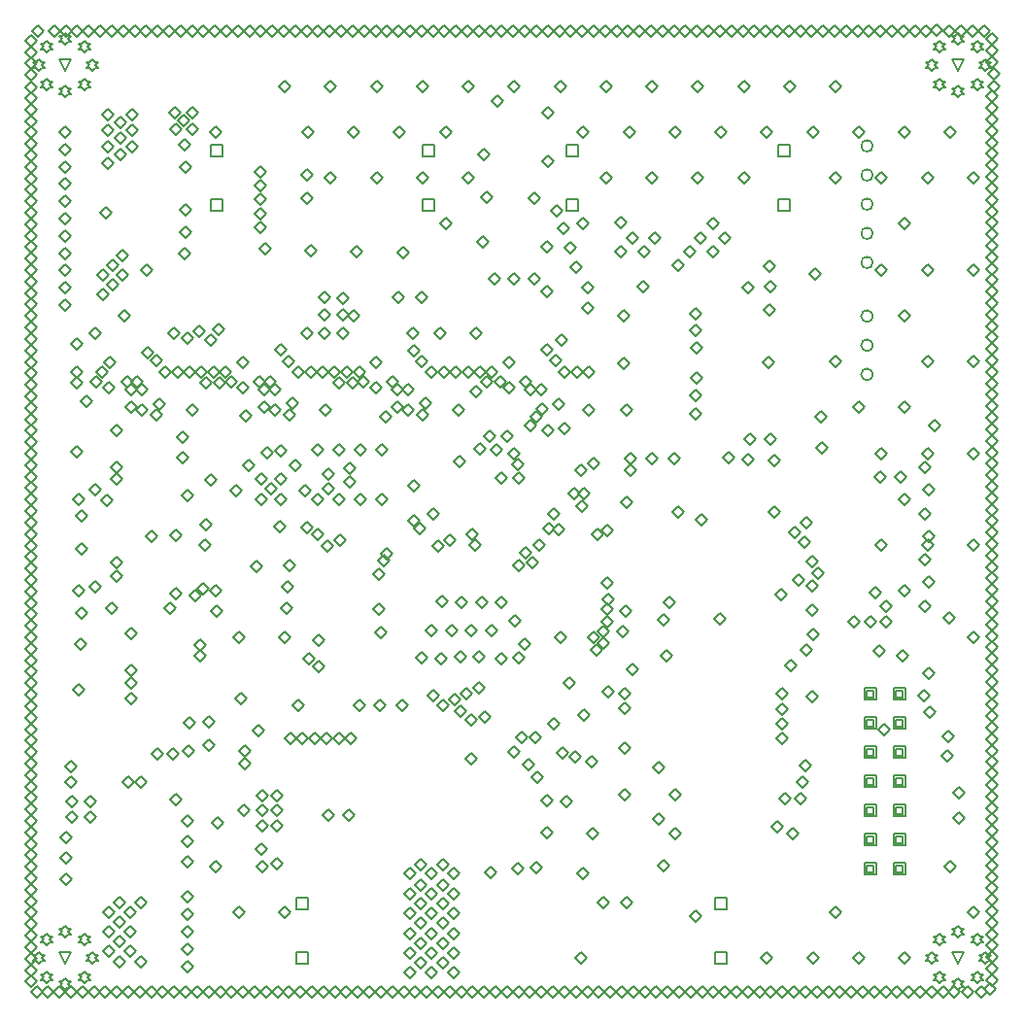
<source format=gbr>
G04*
G04 #@! TF.GenerationSoftware,Altium Limited,Altium Designer,24.1.2 (44)*
G04*
G04 Layer_Color=2752767*
%FSLAX44Y44*%
%MOMM*%
G71*
G04*
G04 #@! TF.SameCoordinates,9C78AE07-0A78-4655-BEE4-92392129F010*
G04*
G04*
G04 #@! TF.FilePolarity,Positive*
G04*
G01*
G75*
%ADD20C,0.1270*%
%ADD168C,0.1693*%
D20*
X757623Y108717D02*
Y118877D01*
X767783D01*
Y108717D01*
X757623D01*
X759655Y110749D02*
Y116845D01*
X765751D01*
Y110749D01*
X759655D01*
X732223Y108717D02*
Y118877D01*
X742383D01*
Y108717D01*
X732223D01*
X734255Y110749D02*
Y116845D01*
X740351D01*
Y110749D01*
X734255D01*
X757623Y134117D02*
Y144277D01*
X767783D01*
Y134117D01*
X757623D01*
X759655Y136149D02*
Y142245D01*
X765751D01*
Y136149D01*
X759655D01*
X732223Y134117D02*
Y144277D01*
X742383D01*
Y134117D01*
X732223D01*
X734255Y136149D02*
Y142245D01*
X740351D01*
Y136149D01*
X734255D01*
X757623Y159517D02*
Y169677D01*
X767783D01*
Y159517D01*
X757623D01*
X759655Y161549D02*
Y167645D01*
X765751D01*
Y161549D01*
X759655D01*
X732223Y159517D02*
Y169677D01*
X742383D01*
Y159517D01*
X732223D01*
X734255Y161549D02*
Y167645D01*
X740351D01*
Y161549D01*
X734255D01*
X732223Y184917D02*
Y195077D01*
X742383D01*
Y184917D01*
X732223D01*
X734255Y186949D02*
Y193045D01*
X740351D01*
Y186949D01*
X734255D01*
X732223Y210317D02*
Y220477D01*
X742383D01*
Y210317D01*
X732223D01*
X734255Y212349D02*
Y218445D01*
X740351D01*
Y212349D01*
X734255D01*
X757623Y235717D02*
Y245877D01*
X767783D01*
Y235717D01*
X757623D01*
X759655Y237749D02*
Y243845D01*
X765751D01*
Y237749D01*
X759655D01*
X732223Y235717D02*
Y245877D01*
X742383D01*
Y235717D01*
X732223D01*
X734255Y237749D02*
Y243845D01*
X740351D01*
Y237749D01*
X734255D01*
X757623Y261117D02*
Y271277D01*
X767783D01*
Y261117D01*
X757623D01*
X759655Y263149D02*
Y269245D01*
X765751D01*
Y263149D01*
X759655D01*
X732223Y261117D02*
Y271277D01*
X742383D01*
Y261117D01*
X732223D01*
X734255Y263149D02*
Y269245D01*
X740351D01*
Y263149D01*
X734255D01*
X757623Y184917D02*
Y195077D01*
X767783D01*
Y184917D01*
X757623D01*
X759655Y186949D02*
Y193045D01*
X765751D01*
Y186949D01*
X759655D01*
X757623Y210317D02*
Y220477D01*
X767783D01*
Y210317D01*
X757623D01*
X759655Y212349D02*
Y218445D01*
X765751D01*
Y212349D01*
X759655D01*
X215173Y151497D02*
X220253Y156577D01*
X225333Y151497D01*
X220253Y146417D01*
X215173Y151497D01*
X202173D02*
X207253Y156577D01*
X212333Y151497D01*
X207253Y146417D01*
X202173Y151497D01*
X215173Y164497D02*
X220253Y169577D01*
X225333Y164497D01*
X220253Y159417D01*
X215173Y164497D01*
X202173D02*
X207253Y169577D01*
X212333Y164497D01*
X207253Y159417D01*
X202173Y164497D01*
X215173Y177497D02*
X220253Y182577D01*
X225333Y177497D01*
X220253Y172417D01*
X215173Y177497D01*
X202173D02*
X207253Y182577D01*
X212333Y177497D01*
X207253Y172417D01*
X202173Y177497D01*
X814003Y808917D02*
X808923Y819077D01*
X819083D01*
X814003Y808917D01*
Y832167D02*
X816543Y834707D01*
X819083D01*
X816543Y837247D01*
X819083Y839787D01*
X816543D01*
X814003Y842327D01*
X811463Y839787D01*
X808923D01*
X811463Y837247D01*
X808923Y834707D01*
X811463D01*
X814003Y832167D01*
X790753Y808917D02*
X793293Y811457D01*
X795833D01*
X793293Y813997D01*
X795833Y816537D01*
X793293D01*
X790753Y819077D01*
X788213Y816537D01*
X785673D01*
X788213Y813997D01*
X785673Y811457D01*
X788213D01*
X790753Y808917D01*
X814003Y786057D02*
X816543Y788597D01*
X819083D01*
X816543Y791137D01*
X819083Y793677D01*
X816543D01*
X814003Y796217D01*
X811463Y793677D01*
X808923D01*
X811463Y791137D01*
X808923Y788597D01*
X811463D01*
X814003Y786057D01*
X837253Y808917D02*
X839793Y811457D01*
X842333D01*
X839793Y813997D01*
X842333Y816537D01*
X839793D01*
X837253Y819077D01*
X834713Y816537D01*
X832173D01*
X834713Y813997D01*
X832173Y811457D01*
X834713D01*
X837253Y808917D01*
X830443Y825357D02*
X832983Y827897D01*
X835523D01*
X832983Y830437D01*
X835523Y832977D01*
X832983D01*
X830443Y835517D01*
X827903Y832977D01*
X825363D01*
X827903Y830437D01*
X825363Y827897D01*
X827903D01*
X830443Y825357D01*
X797563Y792477D02*
X800103Y795017D01*
X802643D01*
X800103Y797557D01*
X802643Y800097D01*
X800103D01*
X797563Y802637D01*
X795023Y800097D01*
X792483D01*
X795023Y797557D01*
X792483Y795017D01*
X795023D01*
X797563Y792477D01*
X830443D02*
X832983Y795017D01*
X835523D01*
X832983Y797557D01*
X835523Y800097D01*
X832983D01*
X830443Y802637D01*
X827903Y800097D01*
X825363D01*
X827903Y797557D01*
X825363Y795017D01*
X827903D01*
X830443Y792477D01*
X797563Y825357D02*
X800103Y827897D01*
X802643D01*
X800103Y830437D01*
X802643Y832977D01*
X800103D01*
X797563Y835517D01*
X795023Y832977D01*
X792483D01*
X795023Y830437D01*
X792483Y827897D01*
X795023D01*
X797563Y825357D01*
X472423Y734917D02*
Y745077D01*
X482583D01*
Y734917D01*
X472423D01*
X657423D02*
Y745077D01*
X667583D01*
Y734917D01*
X657423D01*
X472423Y687417D02*
Y697577D01*
X482583D01*
Y687417D01*
X472423D01*
X657423D02*
Y697577D01*
X667583D01*
Y687417D01*
X657423D01*
X347423Y687417D02*
Y697577D01*
X357583D01*
Y687417D01*
X347423D01*
X162423D02*
Y697577D01*
X172583D01*
Y687417D01*
X162423D01*
X347423Y734917D02*
Y745077D01*
X357583D01*
Y734917D01*
X347423D01*
X162423D02*
Y745077D01*
X172583D01*
Y734917D01*
X162423D01*
X602423Y31117D02*
Y41277D01*
X612583D01*
Y31117D01*
X602423D01*
X237423Y78717D02*
Y88877D01*
X247583D01*
Y78717D01*
X237423D01*
X602423D02*
Y88877D01*
X612583D01*
Y78717D01*
X602423D01*
X237423Y31117D02*
Y41277D01*
X247583D01*
Y31117D01*
X237423D01*
X19563Y47357D02*
X22103Y49897D01*
X24643D01*
X22103Y52437D01*
X24643Y54977D01*
X22103D01*
X19563Y57517D01*
X17023Y54977D01*
X14483D01*
X17023Y52437D01*
X14483Y49897D01*
X17023D01*
X19563Y47357D01*
X52443Y14477D02*
X54983Y17017D01*
X57523D01*
X54983Y19557D01*
X57523Y22097D01*
X54983D01*
X52443Y24637D01*
X49903Y22097D01*
X47363D01*
X49903Y19557D01*
X47363Y17017D01*
X49903D01*
X52443Y14477D01*
X19563D02*
X22103Y17017D01*
X24643D01*
X22103Y19557D01*
X24643Y22097D01*
X22103D01*
X19563Y24637D01*
X17023Y22097D01*
X14483D01*
X17023Y19557D01*
X14483Y17017D01*
X17023D01*
X19563Y14477D01*
X52443Y47357D02*
X54983Y49897D01*
X57523D01*
X54983Y52437D01*
X57523Y54977D01*
X54983D01*
X52443Y57517D01*
X49903Y54977D01*
X47363D01*
X49903Y52437D01*
X47363Y49897D01*
X49903D01*
X52443Y47357D01*
X59253Y30917D02*
X61793Y33457D01*
X64333D01*
X61793Y35997D01*
X64333Y38537D01*
X61793D01*
X59253Y41077D01*
X56713Y38537D01*
X54173D01*
X56713Y35997D01*
X54173Y33457D01*
X56713D01*
X59253Y30917D01*
X36003Y8057D02*
X38543Y10597D01*
X41083D01*
X38543Y13137D01*
X41083Y15677D01*
X38543D01*
X36003Y18217D01*
X33463Y15677D01*
X30923D01*
X33463Y13137D01*
X30923Y10597D01*
X33463D01*
X36003Y8057D01*
X12753Y30917D02*
X15293Y33457D01*
X17833D01*
X15293Y35997D01*
X17833Y38537D01*
X15293D01*
X12753Y41077D01*
X10213Y38537D01*
X7673D01*
X10213Y35997D01*
X7673Y33457D01*
X10213D01*
X12753Y30917D01*
X36003Y54167D02*
X38543Y56707D01*
X41083D01*
X38543Y59247D01*
X41083Y61787D01*
X38543D01*
X36003Y64327D01*
X33463Y61787D01*
X30923D01*
X33463Y59247D01*
X30923Y56707D01*
X33463D01*
X36003Y54167D01*
Y30917D02*
X30923Y41077D01*
X41083D01*
X36003Y30917D01*
X797563Y47357D02*
X800103Y49897D01*
X802643D01*
X800103Y52437D01*
X802643Y54977D01*
X800103D01*
X797563Y57517D01*
X795023Y54977D01*
X792483D01*
X795023Y52437D01*
X792483Y49897D01*
X795023D01*
X797563Y47357D01*
X830443Y14477D02*
X832983Y17017D01*
X835523D01*
X832983Y19557D01*
X835523Y22097D01*
X832983D01*
X830443Y24637D01*
X827903Y22097D01*
X825363D01*
X827903Y19557D01*
X825363Y17017D01*
X827903D01*
X830443Y14477D01*
X797563D02*
X800103Y17017D01*
X802643D01*
X800103Y19557D01*
X802643Y22097D01*
X800103D01*
X797563Y24637D01*
X795023Y22097D01*
X792483D01*
X795023Y19557D01*
X792483Y17017D01*
X795023D01*
X797563Y14477D01*
X830443Y47357D02*
X832983Y49897D01*
X835523D01*
X832983Y52437D01*
X835523Y54977D01*
X832983D01*
X830443Y57517D01*
X827903Y54977D01*
X825363D01*
X827903Y52437D01*
X825363Y49897D01*
X827903D01*
X830443Y47357D01*
X837253Y30917D02*
X839793Y33457D01*
X842333D01*
X839793Y35997D01*
X842333Y38537D01*
X839793D01*
X837253Y41077D01*
X834713Y38537D01*
X832173D01*
X834713Y35997D01*
X832173Y33457D01*
X834713D01*
X837253Y30917D01*
X814003Y8057D02*
X816543Y10597D01*
X819083D01*
X816543Y13137D01*
X819083Y15677D01*
X816543D01*
X814003Y18217D01*
X811463Y15677D01*
X808923D01*
X811463Y13137D01*
X808923Y10597D01*
X811463D01*
X814003Y8057D01*
X790753Y30917D02*
X793293Y33457D01*
X795833D01*
X793293Y35997D01*
X795833Y38537D01*
X793293D01*
X790753Y41077D01*
X788213Y38537D01*
X785673D01*
X788213Y35997D01*
X785673Y33457D01*
X788213D01*
X790753Y30917D01*
X814003Y54167D02*
X816543Y56707D01*
X819083D01*
X816543Y59247D01*
X819083Y61787D01*
X816543D01*
X814003Y64327D01*
X811463Y61787D01*
X808923D01*
X811463Y59247D01*
X808923Y56707D01*
X811463D01*
X814003Y54167D01*
Y30917D02*
X808923Y41077D01*
X819083D01*
X814003Y30917D01*
X19563Y825357D02*
X22103Y827897D01*
X24643D01*
X22103Y830437D01*
X24643Y832977D01*
X22103D01*
X19563Y835517D01*
X17023Y832977D01*
X14483D01*
X17023Y830437D01*
X14483Y827897D01*
X17023D01*
X19563Y825357D01*
X52443Y792477D02*
X54983Y795017D01*
X57523D01*
X54983Y797557D01*
X57523Y800097D01*
X54983D01*
X52443Y802637D01*
X49903Y800097D01*
X47363D01*
X49903Y797557D01*
X47363Y795017D01*
X49903D01*
X52443Y792477D01*
X19563D02*
X22103Y795017D01*
X24643D01*
X22103Y797557D01*
X24643Y800097D01*
X22103D01*
X19563Y802637D01*
X17023Y800097D01*
X14483D01*
X17023Y797557D01*
X14483Y795017D01*
X17023D01*
X19563Y792477D01*
X52443Y825357D02*
X54983Y827897D01*
X57523D01*
X54983Y830437D01*
X57523Y832977D01*
X54983D01*
X52443Y835517D01*
X49903Y832977D01*
X47363D01*
X49903Y830437D01*
X47363Y827897D01*
X49903D01*
X52443Y825357D01*
X59253Y808917D02*
X61793Y811457D01*
X64333D01*
X61793Y813997D01*
X64333Y816537D01*
X61793D01*
X59253Y819077D01*
X56713Y816537D01*
X54173D01*
X56713Y813997D01*
X54173Y811457D01*
X56713D01*
X59253Y808917D01*
X36003Y786057D02*
X38543Y788597D01*
X41083D01*
X38543Y791137D01*
X41083Y793677D01*
X38543D01*
X36003Y796217D01*
X33463Y793677D01*
X30923D01*
X33463Y791137D01*
X30923Y788597D01*
X33463D01*
X36003Y786057D01*
X12753Y808917D02*
X15293Y811457D01*
X17833D01*
X15293Y813997D01*
X17833Y816537D01*
X15293D01*
X12753Y819077D01*
X10213Y816537D01*
X7673D01*
X10213Y813997D01*
X7673Y811457D01*
X10213D01*
X12753Y808917D01*
X36003Y832167D02*
X38543Y834707D01*
X41083D01*
X38543Y837247D01*
X41083Y839787D01*
X38543D01*
X36003Y842327D01*
X33463Y839787D01*
X30923D01*
X33463Y837247D01*
X30923Y834707D01*
X33463D01*
X36003Y832167D01*
Y808917D02*
X30923Y819077D01*
X41083D01*
X36003Y808917D01*
X585147Y417639D02*
X590227Y422719D01*
X595307Y417639D01*
X590227Y412559D01*
X585147Y417639D01*
X251555Y289921D02*
X256635Y295001D01*
X261715Y289921D01*
X256635Y284841D01*
X251555Y289921D01*
X45335Y392407D02*
X50415Y397486D01*
X55495Y392407D01*
X50415Y387327D01*
X45335Y392407D01*
X41069Y477633D02*
X46149Y482713D01*
X51228Y477633D01*
X46149Y472553D01*
X41069Y477633D01*
X45335Y421633D02*
X50415Y426713D01*
X55495Y421633D01*
X50415Y416553D01*
X45335Y421633D01*
Y336407D02*
X50415Y341487D01*
X55495Y336407D01*
X50415Y331326D01*
X45335Y336407D01*
X187201Y205748D02*
X192281Y210828D01*
X197361Y205748D01*
X192281Y200668D01*
X187201Y205748D01*
Y216151D02*
X192281Y221231D01*
X197361Y216151D01*
X192281Y211071D01*
X187201Y216151D01*
X222206Y315782D02*
X227286Y320862D01*
X232366Y315782D01*
X227286Y310702D01*
X222206Y315782D01*
X182206D02*
X187286Y320862D01*
X192366Y315782D01*
X187286Y310702D01*
X182206Y315782D01*
X822206Y475782D02*
X827286Y480862D01*
X832366Y475782D01*
X827286Y470702D01*
X822206Y475782D01*
X102206Y635782D02*
X107286Y640862D01*
X112366Y635782D01*
X107286Y630702D01*
X102206Y635782D01*
X405016Y627623D02*
X410096Y632703D01*
X415176Y627623D01*
X410096Y622543D01*
X405016Y627623D01*
X722206Y515782D02*
X727286Y520862D01*
X732366Y515782D01*
X727286Y510702D01*
X722206Y515782D01*
X837045Y8881D02*
X842125Y13961D01*
X847205Y8881D01*
X842125Y3801D01*
X837045Y8881D01*
X828802Y6347D02*
X833882Y11427D01*
X838962Y6347D01*
X833882Y1267D01*
X828802Y6347D01*
X817118Y6858D02*
X822198Y11938D01*
X827278Y6858D01*
X822198Y1778D01*
X817118Y6858D01*
X941Y795118D02*
X6021Y800198D01*
X11101Y795118D01*
X6021Y790038D01*
X941Y795118D01*
X744191Y234831D02*
X749271Y239911D01*
X754351Y234831D01*
X749271Y229751D01*
X744191Y234831D01*
X441960Y193548D02*
X447040Y198628D01*
X452120Y193548D01*
X447040Y188468D01*
X441960Y193548D01*
X548135Y157042D02*
X553215Y162122D01*
X558295Y157042D01*
X553215Y151962D01*
X548135Y157042D01*
X482052Y109872D02*
X487132Y114952D01*
X492212Y109872D01*
X487132Y104792D01*
X482052Y109872D01*
X401828Y110744D02*
X406908Y115824D01*
X411988Y110744D01*
X406908Y105664D01*
X401828Y110744D01*
X790140Y844373D02*
X795220Y849453D01*
X800300Y844373D01*
X795220Y839293D01*
X790140Y844373D01*
X801203Y844220D02*
X806283Y849300D01*
X811363Y844220D01*
X806283Y839140D01*
X801203Y844220D01*
X839739Y795831D02*
X844819Y800911D01*
X849899Y795831D01*
X844819Y790751D01*
X839739Y795831D01*
X839724Y806704D02*
X844804Y811784D01*
X849884Y806704D01*
X844804Y801624D01*
X839724Y806704D01*
X838540Y496780D02*
X843620Y501860D01*
X848700Y496780D01*
X843620Y491699D01*
X838540Y496780D01*
Y486780D02*
X843620Y491860D01*
X848700Y486780D01*
X843620Y481699D01*
X838540Y486780D01*
X715777Y6379D02*
X720856Y11459D01*
X725937Y6379D01*
X720856Y1299D01*
X715777Y6379D01*
X705777D02*
X710856Y11459D01*
X715937Y6379D01*
X710856Y1299D01*
X705777Y6379D01*
X125778D02*
X130858Y11459D01*
X135938Y6379D01*
X130858Y1299D01*
X125778Y6379D01*
X1306Y195503D02*
X6386Y200583D01*
X11466Y195503D01*
X6386Y190423D01*
X1306Y195503D01*
Y205503D02*
X6386Y210583D01*
X11466Y205503D01*
X6386Y200423D01*
X1306Y205503D01*
Y675502D02*
X6386Y680582D01*
X11466Y675502D01*
X6386Y670422D01*
X1306Y675502D01*
Y415503D02*
X6386Y420583D01*
X11466Y415503D01*
X6386Y410423D01*
X1306Y415503D01*
Y235503D02*
X6386Y240583D01*
X11466Y235503D01*
X6386Y230423D01*
X1306Y235503D01*
Y245503D02*
X6386Y250583D01*
X11466Y245503D01*
X6386Y240423D01*
X1306Y245503D01*
X591242Y843614D02*
X596322Y848694D01*
X601402Y843614D01*
X596322Y838534D01*
X591242Y843614D01*
X838540Y236780D02*
X843620Y241860D01*
X848700Y236780D01*
X843620Y231700D01*
X838540Y236780D01*
X1306Y475503D02*
X6386Y480583D01*
X11466Y475503D01*
X6386Y470423D01*
X1306Y475503D01*
Y215503D02*
X6386Y220583D01*
X11466Y215503D01*
X6386Y210423D01*
X1306Y215503D01*
Y375503D02*
X6386Y380583D01*
X11466Y375503D01*
X6386Y370423D01*
X1306Y375503D01*
Y115503D02*
X6386Y120583D01*
X11466Y115503D01*
X6386Y110423D01*
X1306Y115503D01*
Y655502D02*
X6386Y660582D01*
X11466Y655502D01*
X6386Y650422D01*
X1306Y655502D01*
X135778Y6379D02*
X140858Y11459D01*
X145938Y6379D01*
X140858Y1299D01*
X135778Y6379D01*
X511242Y843614D02*
X516322Y848694D01*
X521402Y843614D01*
X516322Y838534D01*
X511242Y843614D01*
X838540Y386780D02*
X843620Y391860D01*
X848700Y386780D01*
X843620Y381700D01*
X838540Y386780D01*
X215777Y6379D02*
X220858Y11459D01*
X225938Y6379D01*
X220858Y1299D01*
X215777Y6379D01*
X1306Y25503D02*
X6386Y30584D01*
X11466Y25503D01*
X6386Y20424D01*
X1306Y25503D01*
X85778Y6379D02*
X90858Y11459D01*
X95938Y6379D01*
X90858Y1299D01*
X85778Y6379D01*
X1306Y325503D02*
X6386Y330583D01*
X11466Y325503D01*
X6386Y320423D01*
X1306Y325503D01*
X751241Y843614D02*
X756321Y848694D01*
X761401Y843614D01*
X756321Y838534D01*
X751241Y843614D01*
X111243D02*
X116323Y848694D01*
X121403Y843614D01*
X116323Y838534D01*
X111243Y843614D01*
X115778Y6379D02*
X120858Y11459D01*
X125938Y6379D01*
X120858Y1299D01*
X115778Y6379D01*
X838540Y636779D02*
X843620Y641859D01*
X848700Y636779D01*
X843620Y631699D01*
X838540Y636779D01*
X805776Y6379D02*
X810856Y11459D01*
X815936Y6379D01*
X810856Y1299D01*
X805776Y6379D01*
X471242Y843614D02*
X476322Y848694D01*
X481402Y843614D01*
X476322Y838534D01*
X471242Y843614D01*
X838540Y766779D02*
X843620Y771859D01*
X848700Y766779D01*
X843620Y761699D01*
X838540Y766779D01*
Y96780D02*
X843620Y101860D01*
X848700Y96780D01*
X843620Y91700D01*
X838540Y96780D01*
X305777Y6379D02*
X310857Y11459D01*
X315937Y6379D01*
X310857Y1299D01*
X305777Y6379D01*
X221243Y843614D02*
X226322Y848694D01*
X231402Y843614D01*
X226322Y838534D01*
X221243Y843614D01*
X1306Y685502D02*
X6386Y690582D01*
X11466Y685502D01*
X6386Y680422D01*
X1306Y685502D01*
X141243Y843614D02*
X146323Y848694D01*
X151403Y843614D01*
X146323Y838534D01*
X141243Y843614D01*
X1306Y285503D02*
X6386Y290583D01*
X11466Y285503D01*
X6386Y280423D01*
X1306Y285503D01*
X838540Y136780D02*
X843620Y141860D01*
X848700Y136780D01*
X843620Y131700D01*
X838540Y136780D01*
X31243Y843614D02*
X36323Y848694D01*
X41403Y843614D01*
X36323Y838534D01*
X31243Y843614D01*
X838540Y836779D02*
X843620Y841859D01*
X848700Y836779D01*
X843620Y831699D01*
X838540Y836779D01*
Y76780D02*
X843620Y81860D01*
X848700Y76780D01*
X843620Y71700D01*
X838540Y76780D01*
X821241Y843614D02*
X826321Y848694D01*
X831401Y843614D01*
X826321Y838534D01*
X821241Y843614D01*
X838540Y676779D02*
X843620Y681859D01*
X848700Y676779D01*
X843620Y671699D01*
X838540Y676779D01*
X575777Y6379D02*
X580857Y11459D01*
X585937Y6379D01*
X580857Y1299D01*
X575777Y6379D01*
X1306Y555503D02*
X6386Y560583D01*
X11466Y555503D01*
X6386Y550423D01*
X1306Y555503D01*
X675777Y6379D02*
X680857Y11459D01*
X685937Y6379D01*
X680857Y1299D01*
X675777Y6379D01*
X838540Y716779D02*
X843620Y721859D01*
X848700Y716779D01*
X843620Y711699D01*
X838540Y716779D01*
Y656779D02*
X843620Y661859D01*
X848700Y656779D01*
X843620Y651699D01*
X838540Y656779D01*
X5780Y6560D02*
X10860Y11640D01*
X15940Y6560D01*
X10860Y1480D01*
X5780Y6560D01*
X201243Y843614D02*
X206322Y848694D01*
X211402Y843614D01*
X206322Y838534D01*
X201243Y843614D01*
X405777Y6379D02*
X410857Y11459D01*
X415937Y6379D01*
X410857Y1299D01*
X405777Y6379D01*
X838540Y696779D02*
X843620Y701859D01*
X848700Y696779D01*
X843620Y691699D01*
X838540Y696779D01*
X441242Y843614D02*
X446322Y848694D01*
X451402Y843614D01*
X446322Y838534D01*
X441242Y843614D01*
X35778Y6379D02*
X40858Y11459D01*
X45938Y6379D01*
X40858Y1299D01*
X35778Y6379D01*
X701242Y843614D02*
X706321Y848694D01*
X711402Y843614D01*
X706321Y838534D01*
X701242Y843614D01*
X795776Y6379D02*
X800856Y11459D01*
X805936Y6379D01*
X800856Y1299D01*
X795776Y6379D01*
X1306Y315503D02*
X6386Y320583D01*
X11466Y315503D01*
X6386Y310423D01*
X1306Y315503D01*
X838540Y826779D02*
X843620Y831859D01*
X848700Y826779D01*
X843620Y821699D01*
X838540Y826779D01*
X745777Y6379D02*
X750856Y11459D01*
X755937Y6379D01*
X750856Y1299D01*
X745777Y6379D01*
X515777D02*
X520857Y11459D01*
X525937Y6379D01*
X520857Y1299D01*
X515777Y6379D01*
X838540Y606779D02*
X843620Y611859D01*
X848700Y606779D01*
X843620Y601699D01*
X838540Y606779D01*
Y546779D02*
X843620Y551859D01*
X848700Y546779D01*
X843620Y541699D01*
X838540Y546779D01*
Y56780D02*
X843620Y61860D01*
X848700Y56780D01*
X843620Y51700D01*
X838540Y56780D01*
X685777Y6379D02*
X690857Y11459D01*
X695937Y6379D01*
X690857Y1299D01*
X685777Y6379D01*
X1306Y55504D02*
X6386Y60584D01*
X11466Y55504D01*
X6386Y50423D01*
X1306Y55504D01*
X295777Y6379D02*
X300857Y11459D01*
X305937Y6379D01*
X300857Y1299D01*
X295777Y6379D01*
X621242Y843614D02*
X626322Y848694D01*
X631402Y843614D01*
X626322Y838534D01*
X621242Y843614D01*
X838540Y446780D02*
X843620Y451860D01*
X848700Y446780D01*
X843620Y441700D01*
X838540Y446780D01*
Y376780D02*
X843620Y381860D01*
X848700Y376780D01*
X843620Y371700D01*
X838540Y376780D01*
Y326780D02*
X843620Y331860D01*
X848700Y326780D01*
X843620Y321700D01*
X838540Y326780D01*
Y286780D02*
X843620Y291860D01*
X848700Y286780D01*
X843620Y281700D01*
X838540Y286780D01*
X1306Y495503D02*
X6386Y500583D01*
X11466Y495503D01*
X6386Y490423D01*
X1306Y495503D01*
X838540Y256780D02*
X843620Y261860D01*
X848700Y256780D01*
X843620Y251700D01*
X838540Y256780D01*
X71243Y843614D02*
X76323Y848694D01*
X81403Y843614D01*
X76323Y838534D01*
X71243Y843614D01*
X191243D02*
X196322Y848694D01*
X201402Y843614D01*
X196322Y838534D01*
X191243Y843614D01*
X265777Y6379D02*
X270857Y11459D01*
X275937Y6379D01*
X270857Y1299D01*
X265777Y6379D01*
X1306Y65504D02*
X6386Y70584D01*
X11466Y65504D01*
X6386Y60423D01*
X1306Y65504D01*
X525777Y6379D02*
X530857Y11459D01*
X535937Y6379D01*
X530857Y1299D01*
X525777Y6379D01*
X1306Y505503D02*
X6386Y510583D01*
X11466Y505503D01*
X6386Y500423D01*
X1306Y505503D01*
X51243Y843614D02*
X56323Y848694D01*
X61403Y843614D01*
X56323Y838534D01*
X51243Y843614D01*
X761241D02*
X766321Y848694D01*
X771401Y843614D01*
X766321Y838534D01*
X761241Y843614D01*
X565777Y6379D02*
X570857Y11459D01*
X575937Y6379D01*
X570857Y1299D01*
X565777Y6379D01*
X838540Y666779D02*
X843620Y671859D01*
X848700Y666779D01*
X843620Y661699D01*
X838540Y666779D01*
X55778Y6379D02*
X60858Y11459D01*
X65938Y6379D01*
X60858Y1299D01*
X55778Y6379D01*
X838540Y536779D02*
X843620Y541859D01*
X848700Y536779D01*
X843620Y531699D01*
X838540Y536779D01*
X1306Y345503D02*
X6386Y350583D01*
X11466Y345503D01*
X6386Y340423D01*
X1306Y345503D01*
X838540Y396780D02*
X843620Y401860D01*
X848700Y396780D01*
X843620Y391700D01*
X838540Y396780D01*
X1306Y295503D02*
X6386Y300583D01*
X11466Y295503D01*
X6386Y290423D01*
X1306Y295503D01*
X661242Y843614D02*
X666322Y848694D01*
X671402Y843614D01*
X666322Y838534D01*
X661242Y843614D01*
X185778Y6379D02*
X190858Y11459D01*
X195938Y6379D01*
X190858Y1299D01*
X185778Y6379D01*
X1306Y365503D02*
X6386Y370583D01*
X11466Y365503D01*
X6386Y360423D01*
X1306Y365503D01*
X251242Y843614D02*
X256322Y848694D01*
X261402Y843614D01*
X256322Y838534D01*
X251242Y843614D01*
X401242D02*
X406322Y848694D01*
X411402Y843614D01*
X406322Y838534D01*
X401242Y843614D01*
X838540Y106780D02*
X843620Y111860D01*
X848700Y106780D01*
X843620Y101700D01*
X838540Y106780D01*
X1306Y445503D02*
X6386Y450583D01*
X11466Y445503D01*
X6386Y440423D01*
X1306Y445503D01*
X355777Y6379D02*
X360857Y11459D01*
X365937Y6379D01*
X360857Y1299D01*
X355777Y6379D01*
X838540Y26781D02*
X843620Y31860D01*
X848700Y26781D01*
X843620Y21700D01*
X838540Y26781D01*
X635777Y6379D02*
X640857Y11459D01*
X645937Y6379D01*
X640857Y1299D01*
X635777Y6379D01*
X1306Y145503D02*
X6386Y150583D01*
X11466Y145503D01*
X6386Y140423D01*
X1306Y145503D01*
Y135503D02*
X6386Y140583D01*
X11466Y135503D01*
X6386Y130423D01*
X1306Y135503D01*
X641242Y843614D02*
X646322Y848694D01*
X651402Y843614D01*
X646322Y838534D01*
X641242Y843614D01*
X1306Y75503D02*
X6386Y80583D01*
X11466Y75503D01*
X6386Y70423D01*
X1306Y75503D01*
Y805502D02*
X6386Y810582D01*
X11466Y805502D01*
X6386Y800422D01*
X1306Y805502D01*
Y515503D02*
X6386Y520583D01*
X11466Y515503D01*
X6386Y510423D01*
X1306Y515503D01*
Y725502D02*
X6386Y730582D01*
X11466Y725502D01*
X6386Y720422D01*
X1306Y725502D01*
Y395503D02*
X6386Y400583D01*
X11466Y395503D01*
X6386Y390423D01*
X1306Y395503D01*
X231242Y843614D02*
X236322Y848694D01*
X241402Y843614D01*
X236322Y838534D01*
X231242Y843614D01*
X838540Y36780D02*
X843620Y41860D01*
X848700Y36780D01*
X843620Y31700D01*
X838540Y36780D01*
X1306Y105503D02*
X6386Y110583D01*
X11466Y105503D01*
X6386Y100423D01*
X1306Y105503D01*
Y155503D02*
X6386Y160583D01*
X11466Y155503D01*
X6386Y150423D01*
X1306Y155503D01*
X175778Y6379D02*
X180858Y11459D01*
X185938Y6379D01*
X180858Y1299D01*
X175778Y6379D01*
X1306Y605502D02*
X6386Y610582D01*
X11466Y605502D01*
X6386Y600422D01*
X1306Y605502D01*
X161243Y843614D02*
X166323Y848694D01*
X171403Y843614D01*
X166323Y838534D01*
X161243Y843614D01*
X561242D02*
X566322Y848694D01*
X571402Y843614D01*
X566322Y838534D01*
X561242Y843614D01*
X838540Y516780D02*
X843620Y521860D01*
X848700Y516780D01*
X843620Y511699D01*
X838540Y516780D01*
X1306Y15504D02*
X6386Y20584D01*
X11466Y15504D01*
X6386Y10424D01*
X1306Y15504D01*
Y265503D02*
X6386Y270583D01*
X11466Y265503D01*
X6386Y260423D01*
X1306Y265503D01*
X485777Y6379D02*
X490857Y11459D01*
X495937Y6379D01*
X490857Y1299D01*
X485777Y6379D01*
X838540Y46780D02*
X843620Y51860D01*
X848700Y46780D01*
X843620Y41700D01*
X838540Y46780D01*
X461242Y843614D02*
X466322Y848694D01*
X471402Y843614D01*
X466322Y838534D01*
X461242Y843614D01*
X1306Y45504D02*
X6386Y50584D01*
X11466Y45504D01*
X6386Y40423D01*
X1306Y45504D01*
X631242Y843614D02*
X636322Y848694D01*
X641402Y843614D01*
X636322Y838534D01*
X631242Y843614D01*
X781241D02*
X786321Y848694D01*
X791401Y843614D01*
X786321Y838534D01*
X781241Y843614D01*
X838540Y596779D02*
X843620Y601859D01*
X848700Y596779D01*
X843620Y591699D01*
X838540Y596779D01*
Y816779D02*
X843620Y821859D01*
X848700Y816779D01*
X843620Y811699D01*
X838540Y816779D01*
X451242Y843614D02*
X456322Y848694D01*
X461402Y843614D01*
X456322Y838534D01*
X451242Y843614D01*
X721242D02*
X726321Y848694D01*
X731402Y843614D01*
X726321Y838534D01*
X721242Y843614D01*
X838540Y506780D02*
X843620Y511860D01*
X848700Y506780D01*
X843620Y501699D01*
X838540Y506780D01*
Y116780D02*
X843620Y121860D01*
X848700Y116780D01*
X843620Y111700D01*
X838540Y116780D01*
Y296780D02*
X843620Y301860D01*
X848700Y296780D01*
X843620Y291700D01*
X838540Y296780D01*
X615777Y6379D02*
X620857Y11459D01*
X625937Y6379D01*
X620857Y1299D01*
X615777Y6379D01*
X45778D02*
X50858Y11459D01*
X55938Y6379D01*
X50858Y1299D01*
X45778Y6379D01*
X1306Y585502D02*
X6386Y590582D01*
X11466Y585502D01*
X6386Y580422D01*
X1306Y585502D01*
X495777Y6379D02*
X500857Y11459D01*
X505937Y6379D01*
X500857Y1299D01*
X495777Y6379D01*
X195778D02*
X200858Y11459D01*
X205938Y6379D01*
X200858Y1299D01*
X195778Y6379D01*
X1306Y705502D02*
X6386Y710582D01*
X11466Y705502D01*
X6386Y700422D01*
X1306Y705502D01*
X481242Y843614D02*
X486322Y848694D01*
X491402Y843614D01*
X486322Y838534D01*
X481242Y843614D01*
X1306Y755502D02*
X6386Y760582D01*
X11466Y755502D01*
X6386Y750422D01*
X1306Y755502D01*
Y695502D02*
X6386Y700582D01*
X11466Y695502D01*
X6386Y690422D01*
X1306Y695502D01*
X331242Y843614D02*
X336322Y848694D01*
X341402Y843614D01*
X336322Y838534D01*
X331242Y843614D01*
X1306Y85503D02*
X6386Y90583D01*
X11466Y85503D01*
X6386Y80423D01*
X1306Y85503D01*
X838540Y166780D02*
X843620Y171860D01*
X848700Y166780D01*
X843620Y161700D01*
X838540Y166780D01*
X1306Y485503D02*
X6386Y490583D01*
X11466Y485503D01*
X6386Y480423D01*
X1306Y485503D01*
X838540Y336780D02*
X843620Y341860D01*
X848700Y336780D01*
X843620Y331700D01*
X838540Y336780D01*
X415777Y6379D02*
X420857Y11459D01*
X425937Y6379D01*
X420857Y1299D01*
X415777Y6379D01*
X771241Y843614D02*
X776321Y848694D01*
X781401Y843614D01*
X776321Y838534D01*
X771241Y843614D01*
X838540Y466780D02*
X843620Y471860D01*
X848700Y466780D01*
X843620Y461700D01*
X838540Y466780D01*
X345777Y6379D02*
X350857Y11459D01*
X355937Y6379D01*
X350857Y1299D01*
X345777Y6379D01*
X1306Y175503D02*
X6386Y180583D01*
X11466Y175503D01*
X6386Y170423D01*
X1306Y175503D01*
X41243Y843614D02*
X46323Y848694D01*
X51403Y843614D01*
X46323Y838534D01*
X41243Y843614D01*
X691242D02*
X696321Y848694D01*
X701402Y843614D01*
X696321Y838534D01*
X691242Y843614D01*
X75778Y6379D02*
X80858Y11459D01*
X85938Y6379D01*
X80858Y1299D01*
X75778Y6379D01*
X838540Y756779D02*
X843620Y761859D01*
X848700Y756779D01*
X843620Y751699D01*
X838540Y756779D01*
Y626779D02*
X843620Y631859D01*
X848700Y626779D01*
X843620Y621699D01*
X838540Y626779D01*
X505777Y6379D02*
X510857Y11459D01*
X515937Y6379D01*
X510857Y1299D01*
X505777Y6379D01*
X755776D02*
X760856Y11459D01*
X765936Y6379D01*
X760856Y1299D01*
X755776Y6379D01*
X291242Y843614D02*
X296322Y848694D01*
X301402Y843614D01*
X296322Y838534D01*
X291242Y843614D01*
X838540Y456780D02*
X843620Y461860D01*
X848700Y456780D01*
X843620Y451700D01*
X838540Y456780D01*
X475777Y6379D02*
X480857Y11459D01*
X485937Y6379D01*
X480857Y1299D01*
X475777Y6379D01*
X651242Y843614D02*
X656322Y848694D01*
X661402Y843614D01*
X656322Y838534D01*
X651242Y843614D01*
X838540Y436780D02*
X843620Y441860D01*
X848700Y436780D01*
X843620Y431700D01*
X838540Y436780D01*
X1306Y95503D02*
X6386Y100583D01*
X11466Y95503D01*
X6386Y90423D01*
X1306Y95503D01*
X105778Y6379D02*
X110858Y11459D01*
X115938Y6379D01*
X110858Y1299D01*
X105778Y6379D01*
X838540Y736779D02*
X843620Y741859D01*
X848700Y736779D01*
X843620Y731699D01*
X838540Y736779D01*
Y246780D02*
X843620Y251860D01*
X848700Y246780D01*
X843620Y241700D01*
X838540Y246780D01*
X335777Y6379D02*
X340857Y11459D01*
X345937Y6379D01*
X340857Y1299D01*
X335777Y6379D01*
X261242Y843614D02*
X266322Y848694D01*
X271402Y843614D01*
X266322Y838534D01*
X261242Y843614D01*
X1306Y615502D02*
X6386Y620582D01*
X11466Y615502D01*
X6386Y610422D01*
X1306Y615502D01*
X65778Y6379D02*
X70858Y11459D01*
X75938Y6379D01*
X70858Y1299D01*
X65778Y6379D01*
X171243Y843614D02*
X176323Y848694D01*
X181403Y843614D01*
X176323Y838534D01*
X171243Y843614D01*
X341242D02*
X346322Y848694D01*
X351402Y843614D01*
X346322Y838534D01*
X341242Y843614D01*
X371242D02*
X376322Y848694D01*
X381402Y843614D01*
X376322Y838534D01*
X371242Y843614D01*
X611242D02*
X616322Y848694D01*
X621402Y843614D01*
X616322Y838534D01*
X611242Y843614D01*
X838540Y746779D02*
X843620Y751859D01*
X848700Y746779D01*
X843620Y741699D01*
X838540Y746779D01*
Y346780D02*
X843620Y351860D01*
X848700Y346780D01*
X843620Y341700D01*
X838540Y346780D01*
Y226780D02*
X843620Y231860D01*
X848700Y226780D01*
X843620Y221700D01*
X838540Y226780D01*
X325777Y6379D02*
X330857Y11459D01*
X335937Y6379D01*
X330857Y1299D01*
X325777Y6379D01*
X838540Y776779D02*
X843620Y781859D01*
X848700Y776779D01*
X843620Y771699D01*
X838540Y776779D01*
Y646779D02*
X843620Y651859D01*
X848700Y646779D01*
X843620Y641699D01*
X838540Y646779D01*
X1306Y575502D02*
X6386Y580582D01*
X11466Y575502D01*
X6386Y570422D01*
X1306Y575502D01*
X101243Y843614D02*
X106323Y848694D01*
X111403Y843614D01*
X106323Y838534D01*
X101243Y843614D01*
X181243D02*
X186322Y848694D01*
X191402Y843614D01*
X186322Y838534D01*
X181243Y843614D01*
X271242D02*
X276322Y848694D01*
X281402Y843614D01*
X276322Y838534D01*
X271242Y843614D01*
X301242D02*
X306322Y848694D01*
X311402Y843614D01*
X306322Y838534D01*
X301242Y843614D01*
X671242D02*
X676322Y848694D01*
X681402Y843614D01*
X676322Y838534D01*
X671242Y843614D01*
X1306Y745502D02*
X6386Y750582D01*
X11466Y745502D01*
X6386Y740422D01*
X1306Y745502D01*
Y785502D02*
X6386Y790582D01*
X11466Y785502D01*
X6386Y780422D01*
X1306Y785502D01*
X421242Y843614D02*
X426322Y848694D01*
X431402Y843614D01*
X426322Y838534D01*
X421242Y843614D01*
X365777Y6379D02*
X370857Y11459D01*
X375937Y6379D01*
X370857Y1299D01*
X365777Y6379D01*
X838540Y196780D02*
X843620Y201860D01*
X848700Y196780D01*
X843620Y191700D01*
X838540Y196780D01*
X541242Y843614D02*
X546322Y848694D01*
X551402Y843614D01*
X546322Y838534D01*
X541242Y843614D01*
X741241D02*
X746321Y848694D01*
X751401Y843614D01*
X746321Y838534D01*
X741241Y843614D01*
X838540Y576779D02*
X843620Y581859D01*
X848700Y576779D01*
X843620Y571699D01*
X838540Y576779D01*
X545777Y6379D02*
X550857Y11459D01*
X555937Y6379D01*
X550857Y1299D01*
X545777Y6379D01*
X838540Y356780D02*
X843620Y361860D01*
X848700Y356780D01*
X843620Y351700D01*
X838540Y356780D01*
X281242Y843614D02*
X286322Y848694D01*
X291402Y843614D01*
X286322Y838534D01*
X281242Y843614D01*
X571242D02*
X576322Y848694D01*
X581402Y843614D01*
X576322Y838534D01*
X571242Y843614D01*
X431242D02*
X436322Y848694D01*
X441402Y843614D01*
X436322Y838534D01*
X431242Y843614D01*
X1306Y275503D02*
X6386Y280583D01*
X11466Y275503D01*
X6386Y270423D01*
X1306Y275503D01*
Y185503D02*
X6386Y190583D01*
X11466Y185503D01*
X6386Y180423D01*
X1306Y185503D01*
X285777Y6379D02*
X290857Y11459D01*
X295937Y6379D01*
X290857Y1299D01*
X285777Y6379D01*
X1306Y765502D02*
X6386Y770582D01*
X11466Y765502D01*
X6386Y760422D01*
X1306Y765502D01*
X81243Y843614D02*
X86323Y848694D01*
X91403Y843614D01*
X86323Y838534D01*
X81243Y843614D01*
X785776Y6379D02*
X790856Y11459D01*
X795936Y6379D01*
X790856Y1299D01*
X785776Y6379D01*
X131243Y843614D02*
X136323Y848694D01*
X141403Y843614D01*
X136323Y838534D01*
X131243Y843614D01*
X151243D02*
X156323Y848694D01*
X161403Y843614D01*
X156323Y838534D01*
X151243Y843614D01*
X1306Y565503D02*
X6386Y570583D01*
X11466Y565503D01*
X6386Y560423D01*
X1306Y565503D01*
Y825502D02*
X6386Y830582D01*
X11466Y825502D01*
X6386Y820422D01*
X1306Y825502D01*
X838540Y206780D02*
X843620Y211860D01*
X848700Y206780D01*
X843620Y201700D01*
X838540Y206780D01*
Y126780D02*
X843620Y131860D01*
X848700Y126780D01*
X843620Y121700D01*
X838540Y126780D01*
Y146780D02*
X843620Y151860D01*
X848700Y146780D01*
X843620Y141700D01*
X838540Y146780D01*
X1306Y125503D02*
X6386Y130583D01*
X11466Y125503D01*
X6386Y120423D01*
X1306Y125503D01*
X235777Y6379D02*
X240858Y11459D01*
X245938Y6379D01*
X240858Y1299D01*
X235777Y6379D01*
X1306Y225503D02*
X6386Y230583D01*
X11466Y225503D01*
X6386Y220423D01*
X1306Y225503D01*
X838540Y706779D02*
X843620Y711859D01*
X848700Y706779D01*
X843620Y701699D01*
X838540Y706779D01*
X165778Y6379D02*
X170858Y11459D01*
X175938Y6379D01*
X170858Y1299D01*
X165778Y6379D01*
X531242Y843614D02*
X536322Y848694D01*
X541402Y843614D01*
X536322Y838534D01*
X531242Y843614D01*
X535777Y6379D02*
X540857Y11459D01*
X545937Y6379D01*
X540857Y1299D01*
X535777Y6379D01*
X838540Y266780D02*
X843620Y271860D01*
X848700Y266780D01*
X843620Y261700D01*
X838540Y266780D01*
Y726779D02*
X843620Y731859D01*
X848700Y726779D01*
X843620Y721699D01*
X838540Y726779D01*
X315777Y6379D02*
X320857Y11459D01*
X325937Y6379D01*
X320857Y1299D01*
X315777Y6379D01*
X765776D02*
X770856Y11459D01*
X775936Y6379D01*
X770856Y1299D01*
X765776Y6379D01*
X1306Y435503D02*
X6386Y440583D01*
X11466Y435503D01*
X6386Y430423D01*
X1306Y435503D01*
X381242Y843614D02*
X386322Y848694D01*
X391402Y843614D01*
X386322Y838534D01*
X381242Y843614D01*
X838540Y316780D02*
X843620Y321860D01*
X848700Y316780D01*
X843620Y311700D01*
X838540Y316780D01*
X1306Y165503D02*
X6386Y170583D01*
X11466Y165503D01*
X6386Y160423D01*
X1306Y165503D01*
X501242Y843614D02*
X506322Y848694D01*
X511402Y843614D01*
X506322Y838534D01*
X501242Y843614D01*
X838540Y686779D02*
X843620Y691859D01*
X848700Y686779D01*
X843620Y681699D01*
X838540Y686779D01*
Y416780D02*
X843620Y421860D01*
X848700Y416780D01*
X843620Y411700D01*
X838540Y416780D01*
X7153Y843614D02*
X12233Y848694D01*
X17313Y843614D01*
X12233Y838534D01*
X7153Y843614D01*
X585777Y6379D02*
X590857Y11459D01*
X595937Y6379D01*
X590857Y1299D01*
X585777Y6379D01*
X375777D02*
X380857Y11459D01*
X385937Y6379D01*
X380857Y1299D01*
X375777Y6379D01*
X1306Y625502D02*
X6386Y630582D01*
X11466Y625502D01*
X6386Y620422D01*
X1306Y625502D01*
X838540Y426780D02*
X843620Y431860D01*
X848700Y426780D01*
X843620Y421700D01*
X838540Y426780D01*
X1306Y535503D02*
X6386Y540583D01*
X11466Y535503D01*
X6386Y530423D01*
X1306Y535503D01*
X838540Y16781D02*
X843620Y21860D01*
X848700Y16781D01*
X843620Y11701D01*
X838540Y16781D01*
X255777Y6379D02*
X260857Y11459D01*
X265937Y6379D01*
X260857Y1299D01*
X255777Y6379D01*
X1306Y465503D02*
X6386Y470583D01*
X11466Y465503D01*
X6386Y460423D01*
X1306Y465503D01*
X811241Y843614D02*
X816321Y848694D01*
X821401Y843614D01*
X816321Y838534D01*
X811241Y843614D01*
X211243D02*
X216322Y848694D01*
X221402Y843614D01*
X216322Y838534D01*
X211243Y843614D01*
X838540Y476780D02*
X843620Y481860D01*
X848700Y476780D01*
X843620Y471700D01*
X838540Y476780D01*
X145778Y6379D02*
X150858Y11459D01*
X155938Y6379D01*
X150858Y1299D01*
X145778Y6379D01*
X445777D02*
X450857Y11459D01*
X455937Y6379D01*
X450857Y1299D01*
X445777Y6379D01*
X205777D02*
X210858Y11459D01*
X215938Y6379D01*
X210858Y1299D01*
X205777Y6379D01*
X521242Y843614D02*
X526322Y848694D01*
X531402Y843614D01*
X526322Y838534D01*
X521242Y843614D01*
X775776Y6379D02*
X780856Y11459D01*
X785936Y6379D01*
X780856Y1299D01*
X775776Y6379D01*
X601242Y843614D02*
X606322Y848694D01*
X611402Y843614D01*
X606322Y838534D01*
X601242Y843614D01*
X838540Y566779D02*
X843620Y571859D01*
X848700Y566779D01*
X843620Y561699D01*
X838540Y566779D01*
X645777Y6379D02*
X650857Y11459D01*
X655937Y6379D01*
X650857Y1299D01*
X645777Y6379D01*
X1306Y595502D02*
X6386Y600582D01*
X11466Y595502D01*
X6386Y590422D01*
X1306Y595502D01*
X225777Y6379D02*
X230858Y11459D01*
X235938Y6379D01*
X230858Y1299D01*
X225777Y6379D01*
X15778D02*
X20858Y11459D01*
X25938Y6379D01*
X20858Y1299D01*
X15778Y6379D01*
X681242Y843614D02*
X686321Y848694D01*
X691402Y843614D01*
X686321Y838534D01*
X681242Y843614D01*
X838540Y66780D02*
X843620Y71860D01*
X848700Y66780D01*
X843620Y61700D01*
X838540Y66780D01*
Y276780D02*
X843620Y281860D01*
X848700Y276780D01*
X843620Y271700D01*
X838540Y276780D01*
X1306Y815502D02*
X6386Y820582D01*
X11466Y815502D01*
X6386Y810422D01*
X1306Y815502D01*
X665777Y6379D02*
X670857Y11459D01*
X675937Y6379D01*
X670857Y1299D01*
X665777Y6379D01*
X1306Y525503D02*
X6386Y530583D01*
X11466Y525503D01*
X6386Y520423D01*
X1306Y525503D01*
X838540Y86780D02*
X843620Y91860D01*
X848700Y86780D01*
X843620Y81700D01*
X838540Y86780D01*
X351242Y843614D02*
X356322Y848694D01*
X361402Y843614D01*
X356322Y838534D01*
X351242Y843614D01*
X605777Y6379D02*
X610857Y11459D01*
X615937Y6379D01*
X610857Y1299D01*
X605777Y6379D01*
X551242Y843614D02*
X556322Y848694D01*
X561402Y843614D01*
X556322Y838534D01*
X551242Y843614D01*
X838540Y556779D02*
X843620Y561859D01*
X848700Y556779D01*
X843620Y551699D01*
X838540Y556779D01*
Y366780D02*
X843620Y371860D01*
X848700Y366780D01*
X843620Y361700D01*
X838540Y366780D01*
X581242Y843614D02*
X586322Y848694D01*
X591402Y843614D01*
X586322Y838534D01*
X581242Y843614D01*
X711242D02*
X716321Y848694D01*
X721402Y843614D01*
X716321Y838534D01*
X711242Y843614D01*
X595777Y6379D02*
X600857Y11459D01*
X605937Y6379D01*
X600857Y1299D01*
X595777Y6379D01*
X695777D02*
X700857Y11459D01*
X705937Y6379D01*
X700857Y1299D01*
X695777Y6379D01*
X838540Y786779D02*
X843620Y791859D01*
X848700Y786779D01*
X843620Y781699D01*
X838540Y786779D01*
X1306Y355503D02*
X6386Y360583D01*
X11466Y355503D01*
X6386Y350423D01*
X1306Y355503D01*
X838540Y176780D02*
X843620Y181860D01*
X848700Y176780D01*
X843620Y171700D01*
X838540Y176780D01*
X91243Y843614D02*
X96323Y848694D01*
X101403Y843614D01*
X96323Y838534D01*
X91243Y843614D01*
X1306Y455503D02*
X6386Y460583D01*
X11466Y455503D01*
X6386Y450423D01*
X1306Y455503D01*
X121243Y843614D02*
X126323Y848694D01*
X131403Y843614D01*
X126323Y838534D01*
X121243Y843614D01*
X1306Y635502D02*
X6386Y640582D01*
X11466Y635502D01*
X6386Y630422D01*
X1306Y635502D01*
X838540Y616779D02*
X843620Y621859D01*
X848700Y616779D01*
X843620Y611699D01*
X838540Y616779D01*
X555777Y6379D02*
X560857Y11459D01*
X565937Y6379D01*
X560857Y1299D01*
X555777Y6379D01*
X465777D02*
X470857Y11459D01*
X475937Y6379D01*
X470857Y1299D01*
X465777Y6379D01*
X1306Y665502D02*
X6386Y670582D01*
X11466Y665502D01*
X6386Y660422D01*
X1306Y665502D01*
Y735502D02*
X6386Y740582D01*
X11466Y735502D01*
X6386Y730422D01*
X1306Y735502D01*
Y775502D02*
X6386Y780582D01*
X11466Y775502D01*
X6386Y770422D01*
X1306Y775502D01*
X385777Y6379D02*
X390857Y11459D01*
X395937Y6379D01*
X390857Y1299D01*
X385777Y6379D01*
X25778D02*
X30858Y11459D01*
X35938Y6379D01*
X30858Y1299D01*
X25778Y6379D01*
X1306Y305503D02*
X6386Y310583D01*
X11466Y305503D01*
X6386Y300423D01*
X1306Y305503D01*
X321242Y843614D02*
X326322Y848694D01*
X331402Y843614D01*
X326322Y838534D01*
X321242Y843614D01*
X361242D02*
X366322Y848694D01*
X371402Y843614D01*
X366322Y838534D01*
X361242Y843614D01*
X625777Y6379D02*
X630857Y11459D01*
X635937Y6379D01*
X630857Y1299D01*
X625777Y6379D01*
X391242Y843614D02*
X396322Y848694D01*
X401402Y843614D01*
X396322Y838534D01*
X391242Y843614D01*
X838540Y216780D02*
X843620Y221860D01*
X848700Y216780D01*
X843620Y211700D01*
X838540Y216780D01*
X275777Y6379D02*
X280857Y11459D01*
X285937Y6379D01*
X280857Y1299D01*
X275777Y6379D01*
X435777D02*
X440857Y11459D01*
X445937Y6379D01*
X440857Y1299D01*
X435777Y6379D01*
X1306Y545503D02*
X6386Y550583D01*
X11466Y545503D01*
X6386Y540423D01*
X1306Y545503D01*
X155778Y6379D02*
X160858Y11459D01*
X165938Y6379D01*
X160858Y1299D01*
X155778Y6379D01*
X61243Y843614D02*
X66323Y848694D01*
X71403Y843614D01*
X66323Y838534D01*
X61243Y843614D01*
X838540Y186780D02*
X843620Y191860D01*
X848700Y186780D01*
X843620Y181700D01*
X838540Y186780D01*
X731241Y843614D02*
X736321Y848694D01*
X741401Y843614D01*
X736321Y838534D01*
X731241Y843614D01*
X95778Y6379D02*
X100858Y11459D01*
X105938Y6379D01*
X100858Y1299D01*
X95778Y6379D01*
X425777D02*
X430857Y11459D01*
X435937Y6379D01*
X430857Y1299D01*
X425777Y6379D01*
X838540Y156780D02*
X843620Y161860D01*
X848700Y156780D01*
X843620Y151700D01*
X838540Y156780D01*
X1306Y835502D02*
X6386Y840582D01*
X11466Y835502D01*
X6386Y830422D01*
X1306Y835502D01*
Y255503D02*
X6386Y260583D01*
X11466Y255503D01*
X6386Y250423D01*
X1306Y255503D01*
Y385503D02*
X6386Y390583D01*
X11466Y385503D01*
X6386Y380423D01*
X1306Y385503D01*
Y715502D02*
X6386Y720582D01*
X11466Y715502D01*
X6386Y710422D01*
X1306Y715502D01*
X491242Y843614D02*
X496322Y848694D01*
X501402Y843614D01*
X496322Y838534D01*
X491242Y843614D01*
X241242D02*
X246322Y848694D01*
X251402Y843614D01*
X246322Y838534D01*
X241242Y843614D01*
X838540Y306780D02*
X843620Y311860D01*
X848700Y306780D01*
X843620Y301700D01*
X838540Y306780D01*
X395777Y6379D02*
X400857Y11459D01*
X405937Y6379D01*
X400857Y1299D01*
X395777Y6379D01*
X1306Y335503D02*
X6386Y340583D01*
X11466Y335503D01*
X6386Y330423D01*
X1306Y335503D01*
X411242Y843614D02*
X416322Y848694D01*
X421402Y843614D01*
X416322Y838534D01*
X411242Y843614D01*
X725777Y6379D02*
X730856Y11459D01*
X735937Y6379D01*
X730856Y1299D01*
X725777Y6379D01*
X21243Y843614D02*
X26323Y848694D01*
X31403Y843614D01*
X26323Y838534D01*
X21243Y843614D01*
X311242D02*
X316322Y848694D01*
X321402Y843614D01*
X316322Y838534D01*
X311242Y843614D01*
X838540Y406780D02*
X843620Y411860D01*
X848700Y406780D01*
X843620Y401700D01*
X838540Y406780D01*
X655777Y6379D02*
X660857Y11459D01*
X665937Y6379D01*
X660857Y1299D01*
X655777Y6379D01*
X455777D02*
X460857Y11459D01*
X465937Y6379D01*
X460857Y1299D01*
X455777Y6379D01*
X245777D02*
X250858Y11459D01*
X255938Y6379D01*
X250858Y1299D01*
X245777Y6379D01*
X735777D02*
X740856Y11459D01*
X745937Y6379D01*
X740856Y1299D01*
X735777Y6379D01*
X1306Y405503D02*
X6386Y410583D01*
X11466Y405503D01*
X6386Y400423D01*
X1306Y405503D01*
Y425503D02*
X6386Y430583D01*
X11466Y425503D01*
X6386Y420423D01*
X1306Y425503D01*
Y645502D02*
X6386Y650582D01*
X11466Y645502D01*
X6386Y640422D01*
X1306Y645502D01*
X838540Y586779D02*
X843620Y591859D01*
X848700Y586779D01*
X843620Y581699D01*
X838540Y586779D01*
X1306Y35503D02*
X6386Y40584D01*
X11466Y35503D01*
X6386Y30424D01*
X1306Y35503D01*
X838540Y526780D02*
X843620Y531860D01*
X848700Y526780D01*
X843620Y521699D01*
X838540Y526780D01*
X831241Y843614D02*
X836321Y848694D01*
X841401Y843614D01*
X836321Y838534D01*
X831241Y843614D01*
X802206Y755782D02*
X807286Y760862D01*
X812366Y755782D01*
X807286Y750702D01*
X802206Y755782D01*
X822206Y715782D02*
X827286Y720862D01*
X832366Y715782D01*
X827286Y710702D01*
X822206Y715782D01*
Y635782D02*
X827286Y640862D01*
X832366Y635782D01*
X827286Y630702D01*
X822206Y635782D01*
Y555782D02*
X827286Y560862D01*
X832366Y555782D01*
X827286Y550702D01*
X822206Y555782D01*
Y395782D02*
X827286Y400862D01*
X832366Y395782D01*
X827286Y390702D01*
X822206Y395782D01*
Y315782D02*
X827286Y320862D01*
X832366Y315782D01*
X827286Y310702D01*
X822206Y315782D01*
X802206Y115782D02*
X807286Y120862D01*
X812366Y115782D01*
X807286Y110702D01*
X802206Y115782D01*
X822206Y75782D02*
X827286Y80862D01*
X832366Y75782D01*
X827286Y70702D01*
X822206Y75782D01*
X762206Y755782D02*
X767286Y760862D01*
X772366Y755782D01*
X767286Y750702D01*
X762206Y755782D01*
X782206Y715782D02*
X787286Y720862D01*
X792366Y715782D01*
X787286Y710702D01*
X782206Y715782D01*
X762206Y675782D02*
X767286Y680862D01*
X772366Y675782D01*
X767286Y670702D01*
X762206Y675782D01*
X782206Y635782D02*
X787286Y640862D01*
X792366Y635782D01*
X787286Y630702D01*
X782206Y635782D01*
X762206Y595782D02*
X767286Y600862D01*
X772366Y595782D01*
X767286Y590702D01*
X762206Y595782D01*
X782206Y555782D02*
X787286Y560862D01*
X792366Y555782D01*
X787286Y550702D01*
X782206Y555782D01*
X762206Y515782D02*
X767286Y520862D01*
X772366Y515782D01*
X767286Y510702D01*
X762206Y515782D01*
X782206Y475782D02*
X787286Y480862D01*
X792366Y475782D01*
X787286Y470702D01*
X782206Y475782D01*
X762206Y435782D02*
X767286Y440862D01*
X772366Y435782D01*
X767286Y430702D01*
X762206Y435782D01*
X782206Y395782D02*
X787286Y400862D01*
X792366Y395782D01*
X787286Y390702D01*
X782206Y395782D01*
X762206Y355782D02*
X767286Y360862D01*
X772366Y355782D01*
X767286Y350702D01*
X762206Y355782D01*
Y35782D02*
X767286Y40862D01*
X772366Y35782D01*
X767286Y30702D01*
X762206Y35782D01*
X722206Y755782D02*
X727286Y760862D01*
X732366Y755782D01*
X727286Y750702D01*
X722206Y755782D01*
X742206Y715782D02*
X747286Y720862D01*
X752366Y715782D01*
X747286Y710702D01*
X742206Y715782D01*
Y635782D02*
X747286Y640862D01*
X752366Y635782D01*
X747286Y630702D01*
X742206Y635782D01*
Y475782D02*
X747286Y480862D01*
X752366Y475782D01*
X747286Y470702D01*
X742206Y475782D01*
Y395782D02*
X747286Y400862D01*
X752366Y395782D01*
X747286Y390702D01*
X742206Y395782D01*
X722206Y35782D02*
X727286Y40862D01*
X732366Y35782D01*
X727286Y30702D01*
X722206Y35782D01*
X702206Y795782D02*
X707286Y800862D01*
X712366Y795782D01*
X707286Y790702D01*
X702206Y795782D01*
X682206Y755782D02*
X687286Y760862D01*
X692366Y755782D01*
X687286Y750702D01*
X682206Y755782D01*
X702206Y715782D02*
X707286Y720862D01*
X712366Y715782D01*
X707286Y710702D01*
X702206Y715782D01*
Y555782D02*
X707286Y560862D01*
X712366Y555782D01*
X707286Y550702D01*
X702206Y555782D01*
Y75782D02*
X707286Y80862D01*
X712366Y75782D01*
X707286Y70702D01*
X702206Y75782D01*
X682206Y35782D02*
X687286Y40862D01*
X692366Y35782D01*
X687286Y30702D01*
X682206Y35782D01*
X662206Y795782D02*
X667286Y800862D01*
X672366Y795782D01*
X667286Y790702D01*
X662206Y795782D01*
X642206Y755782D02*
X647286Y760862D01*
X652366Y755782D01*
X647286Y750702D01*
X642206Y755782D01*
Y35782D02*
X647286Y40862D01*
X652366Y35782D01*
X647286Y30702D01*
X642206Y35782D01*
X622206Y795782D02*
X627286Y800862D01*
X632366Y795782D01*
X627286Y790702D01*
X622206Y795782D01*
X602206Y755782D02*
X607286Y760862D01*
X612366Y755782D01*
X607286Y750702D01*
X602206Y755782D01*
X622206Y715782D02*
X627286Y720862D01*
X632366Y715782D01*
X627286Y710702D01*
X622206Y715782D01*
X582206Y795782D02*
X587286Y800862D01*
X592366Y795782D01*
X587286Y790702D01*
X582206Y795782D01*
X562206Y755782D02*
X567286Y760862D01*
X572366Y755782D01*
X567286Y750702D01*
X562206Y755782D01*
X582206Y715782D02*
X587286Y720862D01*
X592366Y715782D01*
X587286Y710702D01*
X582206Y715782D01*
X542206Y795782D02*
X547286Y800862D01*
X552366Y795782D01*
X547286Y790702D01*
X542206Y795782D01*
X522206Y755782D02*
X527286Y760862D01*
X532366Y755782D01*
X527286Y750702D01*
X522206Y755782D01*
X542206Y715782D02*
X547286Y720862D01*
X552366Y715782D01*
X547286Y710702D01*
X542206Y715782D01*
X502206Y795782D02*
X507286Y800862D01*
X512366Y795782D01*
X507286Y790702D01*
X502206Y795782D01*
X482206Y755782D02*
X487286Y760862D01*
X492366Y755782D01*
X487286Y750702D01*
X482206Y755782D01*
X502206Y715782D02*
X507286Y720862D01*
X512366Y715782D01*
X507286Y710702D01*
X502206Y715782D01*
X482206Y675782D02*
X487286Y680862D01*
X492366Y675782D01*
X487286Y670702D01*
X482206Y675782D01*
X462206Y795782D02*
X467286Y800862D01*
X472366Y795782D01*
X467286Y790702D01*
X462206Y795782D01*
Y315782D02*
X467286Y320862D01*
X472366Y315782D01*
X467286Y310702D01*
X462206Y315782D01*
X422206Y795782D02*
X427286Y800862D01*
X432366Y795782D01*
X427286Y790702D01*
X422206Y795782D01*
Y475782D02*
X427286Y480862D01*
X432366Y475782D01*
X427286Y470702D01*
X422206Y475782D01*
X382206Y795782D02*
X387286Y800862D01*
X392366Y795782D01*
X387286Y790702D01*
X382206Y795782D01*
X362206Y755782D02*
X367286Y760862D01*
X372366Y755782D01*
X367286Y750702D01*
X362206Y755782D01*
X382206Y715782D02*
X387286Y720862D01*
X392366Y715782D01*
X387286Y710702D01*
X382206Y715782D01*
X362206Y675782D02*
X367286Y680862D01*
X372366Y675782D01*
X367286Y670702D01*
X362206Y675782D01*
X342206Y795782D02*
X347286Y800862D01*
X352366Y795782D01*
X347286Y790702D01*
X342206Y795782D01*
X322206Y755782D02*
X327286Y760862D01*
X332366Y755782D01*
X327286Y750702D01*
X322206Y755782D01*
X342206Y715782D02*
X347286Y720862D01*
X352366Y715782D01*
X347286Y710702D01*
X342206Y715782D01*
X302206Y795782D02*
X307286Y800862D01*
X312366Y795782D01*
X307286Y790702D01*
X302206Y795782D01*
X282206Y755782D02*
X287286Y760862D01*
X292366Y755782D01*
X287286Y750702D01*
X282206Y755782D01*
X302206Y715782D02*
X307286Y720862D01*
X312366Y715782D01*
X307286Y710702D01*
X302206Y715782D01*
X282206Y595782D02*
X287286Y600862D01*
X292366Y595782D01*
X287286Y590702D01*
X282206Y595782D01*
X262206Y795782D02*
X267286Y800862D01*
X272366Y795782D01*
X267286Y790702D01*
X262206Y795782D01*
X242206Y755782D02*
X247286Y760862D01*
X252366Y755782D01*
X247286Y750702D01*
X242206Y755782D01*
X262206Y715782D02*
X267286Y720862D01*
X272366Y715782D01*
X267286Y710702D01*
X262206Y715782D01*
X222206Y795782D02*
X227286Y800862D01*
X232366Y795782D01*
X227286Y790702D01*
X222206Y795782D01*
X202206Y115782D02*
X207286Y120862D01*
X212366Y115782D01*
X207286Y110702D01*
X202206Y115782D01*
X222206Y75782D02*
X227286Y80862D01*
X232366Y75782D01*
X227286Y70702D01*
X222206Y75782D01*
X162206Y755782D02*
X167286Y760862D01*
X172366Y755782D01*
X167286Y750702D01*
X162206Y755782D01*
Y355782D02*
X167286Y360862D01*
X172366Y355782D01*
X167286Y350702D01*
X162206Y355782D01*
Y115782D02*
X167286Y120862D01*
X172366Y115782D01*
X167286Y110702D01*
X162206Y115782D01*
X182206Y75782D02*
X187286Y80862D01*
X192366Y75782D01*
X187286Y70702D01*
X182206Y75782D01*
X82206Y595782D02*
X87286Y600862D01*
X92366Y595782D01*
X87286Y590702D01*
X82206Y595782D01*
X42206Y435782D02*
X47286Y440862D01*
X52366Y435782D01*
X47286Y430702D01*
X42206Y435782D01*
Y355782D02*
X47286Y360862D01*
X52366Y355782D01*
X47286Y350702D01*
X42206Y355782D01*
X503843Y268393D02*
X508923Y273473D01*
X514003Y268393D01*
X508923Y263313D01*
X503843Y268393D01*
X58052Y538082D02*
X63132Y543162D01*
X68212Y538082D01*
X63132Y533002D01*
X58052Y538082D01*
X102796Y563391D02*
X107876Y568471D01*
X112956Y563391D01*
X107876Y558311D01*
X102796Y563391D01*
X185450Y533385D02*
X190529Y538465D01*
X195609Y533385D01*
X190529Y528305D01*
X185450Y533385D01*
X132792Y489714D02*
X137872Y494794D01*
X142952Y489714D01*
X137872Y484634D01*
X132792Y489714D01*
X287291Y546793D02*
X292371Y551873D01*
X297451Y546793D01*
X292371Y541713D01*
X287291Y546793D01*
X291023Y538251D02*
X296103Y543331D01*
X301183Y538251D01*
X296103Y533171D01*
X291023Y538251D01*
X601370Y331746D02*
X606450Y336827D01*
X611530Y331746D01*
X606450Y326666D01*
X601370Y331746D01*
X375206Y250757D02*
X380286Y255837D01*
X385366Y250757D01*
X380286Y245677D01*
X375206Y250757D01*
X391414Y298319D02*
X396494Y303399D01*
X401575Y298319D01*
X396494Y293239D01*
X391414Y298319D01*
X359970Y255959D02*
X365050Y261039D01*
X370130Y255959D01*
X365050Y250879D01*
X359970Y255959D01*
X557570Y345912D02*
X562650Y350992D01*
X567730Y345912D01*
X562650Y340832D01*
X557570Y345912D01*
X491555Y466769D02*
X496635Y471849D01*
X501715Y466769D01*
X496635Y461689D01*
X491555Y466769D01*
X461089Y409815D02*
X466169Y414895D01*
X471249Y409815D01*
X466169Y404735D01*
X461089Y409815D01*
X494201Y304669D02*
X499281Y309749D01*
X504361Y304669D01*
X499281Y299589D01*
X494201Y304669D01*
X503318Y328642D02*
X508398Y333722D01*
X513478Y328642D01*
X508398Y323562D01*
X503318Y328642D01*
X334524Y447284D02*
X339604Y452364D01*
X344684Y447284D01*
X339604Y442204D01*
X334524Y447284D01*
X311165Y388556D02*
X316245Y393636D01*
X321325Y388556D01*
X316245Y383476D01*
X311165Y388556D01*
X375479Y298575D02*
X380559Y303654D01*
X385639Y298575D01*
X380559Y293494D01*
X375479Y298575D01*
X605790Y663194D02*
X610870Y668274D01*
X615950Y663194D01*
X610870Y658114D01*
X605790Y663194D01*
X584454D02*
X589534Y668274D01*
X594614Y663194D01*
X589534Y658114D01*
X584454Y663194D01*
X544378D02*
X549458Y668274D01*
X554538Y663194D01*
X549458Y658114D01*
X544378Y663194D01*
X525272D02*
X530352Y668274D01*
X535432Y663194D01*
X530352Y658114D01*
X525272Y663194D01*
X779780Y463310D02*
X784860Y468390D01*
X789940Y463310D01*
X784860Y458230D01*
X779780Y463310D01*
Y423327D02*
X784860Y428407D01*
X789940Y423327D01*
X784860Y418247D01*
X779780Y423327D01*
Y383342D02*
X784860Y388422D01*
X789940Y383342D01*
X784860Y378262D01*
X779780Y383342D01*
Y342550D02*
X784860Y347630D01*
X789940Y342550D01*
X784860Y337470D01*
X779780Y342550D01*
X778764Y264414D02*
X783844Y269494D01*
X788924Y264414D01*
X783844Y259334D01*
X778764Y264414D01*
X241905Y410881D02*
X246985Y415961D01*
X252065Y410881D01*
X246985Y405801D01*
X241905Y410881D01*
X684225Y631903D02*
X689305Y636983D01*
X694385Y631903D01*
X689305Y626823D01*
X684225Y631903D01*
X489458Y206756D02*
X494538Y211836D01*
X499618Y206756D01*
X494538Y201676D01*
X489458Y206756D01*
X384263Y209296D02*
X389343Y214376D01*
X394423Y209296D01*
X389343Y204216D01*
X384263Y209296D01*
X434340Y204470D02*
X439420Y209550D01*
X444500Y204470D01*
X439420Y199390D01*
X434340Y204470D01*
X422148Y215646D02*
X427228Y220726D01*
X432308Y215646D01*
X427228Y210566D01*
X422148Y215646D01*
X441452Y114471D02*
X446532Y119551D01*
X451612Y114471D01*
X446532Y109391D01*
X441452Y114471D01*
X425448Y114419D02*
X430528Y119499D01*
X435608Y114419D01*
X430528Y109339D01*
X425448Y114419D01*
X565084Y424792D02*
X570164Y429872D01*
X575244Y424792D01*
X570164Y419712D01*
X565084Y424792D01*
X519809Y513284D02*
X524889Y518364D01*
X529969Y513284D01*
X524889Y508204D01*
X519809Y513284D01*
X645732Y488635D02*
X650812Y493716D01*
X655892Y488635D01*
X650812Y483555D01*
X645732Y488635D01*
X644652Y601218D02*
X649732Y606298D01*
X654812Y601218D01*
X649732Y596138D01*
X644652Y601218D01*
X241808Y718336D02*
X246888Y723416D01*
X251968Y718336D01*
X246888Y713256D01*
X241808Y718336D01*
Y698500D02*
X246888Y703580D01*
X251968Y698500D01*
X246888Y693420D01*
X241808Y698500D01*
X278925Y451223D02*
X284005Y456303D01*
X289085Y451223D01*
X284005Y446143D01*
X278925Y451223D01*
X210441Y445285D02*
X215521Y450365D01*
X220601Y445285D01*
X215521Y440205D01*
X210441Y445285D01*
X201890Y453176D02*
X206970Y458256D01*
X212050Y453176D01*
X206970Y448096D01*
X201890Y453176D01*
X391914Y479769D02*
X396994Y484849D01*
X402074Y479769D01*
X396994Y474689D01*
X391914Y479769D01*
X396033Y245733D02*
X401113Y250813D01*
X406193Y245733D01*
X401113Y240653D01*
X396033Y245733D01*
X384263Y243545D02*
X389343Y248625D01*
X394423Y243545D01*
X389343Y238465D01*
X384263Y243545D01*
X186472Y164507D02*
X191552Y169587D01*
X196632Y164507D01*
X191552Y159427D01*
X186472Y164507D01*
X163534Y153436D02*
X168614Y158516D01*
X173694Y153436D01*
X168614Y148356D01*
X163534Y153436D01*
X127260Y173748D02*
X132339Y178829D01*
X137420Y173748D01*
X132339Y168668D01*
X127260Y173748D01*
X374311Y468893D02*
X379391Y473973D01*
X384471Y468893D01*
X379391Y463813D01*
X374311Y468893D01*
X201799Y436123D02*
X206879Y441203D01*
X211959Y436123D01*
X206879Y431043D01*
X201799Y436123D01*
X218758Y453176D02*
X223838Y458256D01*
X228918Y453176D01*
X223838Y448096D01*
X218758Y453176D01*
Y436123D02*
X223838Y441203D01*
X228918Y436123D01*
X223838Y431043D01*
X218758Y436123D01*
X425510Y466519D02*
X430591Y471599D01*
X435671Y466519D01*
X430591Y461439D01*
X425510Y466519D01*
X425958Y454660D02*
X431038Y459740D01*
X436118Y454660D01*
X431038Y449580D01*
X425958Y454660D01*
X411226D02*
X416306Y459740D01*
X421386Y454660D01*
X416306Y449580D01*
X411226Y454660D01*
X415954Y491168D02*
X421034Y496248D01*
X426114Y491168D01*
X421034Y486088D01*
X415954Y491168D01*
X406310Y478508D02*
X411390Y483588D01*
X416470Y478508D01*
X411390Y473428D01*
X406310Y478508D01*
X400320Y491091D02*
X405400Y496171D01*
X410480Y491091D01*
X405400Y486011D01*
X400320Y491091D01*
X465876Y497615D02*
X470956Y502695D01*
X476036Y497615D01*
X470956Y492535D01*
X465876Y497615D01*
X432276Y538337D02*
X437356Y543417D01*
X442436Y538337D01*
X437356Y533257D01*
X432276Y538337D01*
X316245Y538301D02*
X321325Y543381D01*
X326405Y538301D01*
X321325Y533221D01*
X316245Y538301D01*
X93050Y538365D02*
X98130Y543445D01*
X103210Y538365D01*
X98130Y533285D01*
X93050Y538365D01*
X84792D02*
X89873Y543445D01*
X94952Y538365D01*
X89873Y533285D01*
X84792Y538365D01*
X209273Y538420D02*
X214354Y543500D01*
X219433Y538420D01*
X214354Y533340D01*
X209273Y538420D01*
X200214Y538433D02*
X205294Y543513D01*
X210374Y538433D01*
X205294Y533353D01*
X200214Y538433D01*
X394431Y660458D02*
X399511Y665538D01*
X404591Y660458D01*
X399511Y655378D01*
X394431Y660458D01*
X395986Y735934D02*
X401066Y741014D01*
X406146Y735934D01*
X401066Y730854D01*
X395986Y735934D01*
X407162Y783082D02*
X412242Y788162D01*
X417322Y783082D01*
X412242Y778002D01*
X407162Y783082D01*
X451334Y772918D02*
X456414Y777998D01*
X461494Y772918D01*
X456414Y767838D01*
X451334Y772918D01*
X450853Y656016D02*
X455933Y661096D01*
X461013Y656016D01*
X455933Y650936D01*
X450853Y656016D01*
X451334Y730564D02*
X456414Y735645D01*
X461494Y730564D01*
X456414Y725484D01*
X451334Y730564D01*
X439420Y698370D02*
X444500Y703450D01*
X449580Y698370D01*
X444500Y693290D01*
X439420Y698370D01*
X398163Y698696D02*
X403243Y703776D01*
X408323Y698696D01*
X403243Y693616D01*
X398163Y698696D01*
X581152Y541528D02*
X586232Y546608D01*
X591312Y541528D01*
X586232Y536448D01*
X581152Y541528D01*
Y567436D02*
X586232Y572516D01*
X591312Y567436D01*
X586232Y562356D01*
X581152Y567436D01*
X450853Y616907D02*
X455933Y621987D01*
X461013Y616907D01*
X455933Y611827D01*
X450853Y616907D01*
X439420Y627623D02*
X444500Y632703D01*
X449580Y627623D01*
X444500Y622543D01*
X439420Y627623D01*
X421640D02*
X426720Y632703D01*
X431800Y627623D01*
X426720Y622543D01*
X421640Y627623D01*
X485792Y620397D02*
X490872Y625477D01*
X495952Y620397D01*
X490872Y615317D01*
X485792Y620397D01*
Y602597D02*
X490872Y607677D01*
X495952Y602597D01*
X490872Y597517D01*
X485792Y602597D01*
X463748Y574413D02*
X468828Y579493D01*
X473908Y574413D01*
X468828Y569333D01*
X463748Y574413D01*
X333568Y580755D02*
X338648Y585835D01*
X343728Y580755D01*
X338648Y575675D01*
X333568Y580755D01*
X388849Y580255D02*
X393929Y585335D01*
X399009Y580255D01*
X393929Y575174D01*
X388849Y580255D01*
X357232D02*
X362312Y585335D01*
X367392Y580255D01*
X362312Y575174D01*
X357232Y580255D01*
X341732Y611883D02*
X346812Y616963D01*
X351892Y611883D01*
X346812Y606803D01*
X341732Y611883D01*
X241461Y580558D02*
X246541Y585638D01*
X251621Y580558D01*
X246541Y575478D01*
X241461Y580558D01*
X256415Y580837D02*
X261495Y585917D01*
X266575Y580837D01*
X261495Y575757D01*
X256415Y580837D01*
X272886D02*
X277966Y585917D01*
X283046Y580837D01*
X277966Y575757D01*
X272886Y580837D01*
X273230Y596262D02*
X278310Y601342D01*
X283390Y596262D01*
X278310Y591182D01*
X273230Y596262D01*
X256415Y611883D02*
X261495Y616963D01*
X266575Y611883D01*
X261495Y606803D01*
X256415Y611883D01*
X321230D02*
X326310Y616963D01*
X331390Y611883D01*
X326310Y606803D01*
X321230Y611883D01*
X273230Y611177D02*
X278310Y616257D01*
X283390Y611177D01*
X278310Y606097D01*
X273230Y611177D01*
X256415Y596262D02*
X261495Y601342D01*
X266575Y596262D01*
X261495Y591182D01*
X256415Y596262D01*
X157935Y574716D02*
X163015Y579796D01*
X168095Y574716D01*
X163015Y569636D01*
X157935Y574716D01*
X164240Y583555D02*
X169320Y588635D01*
X174400Y583555D01*
X169320Y578475D01*
X164240Y583555D01*
X137698Y576255D02*
X142779Y581334D01*
X147858Y576255D01*
X142779Y571175D01*
X137698Y576255D01*
X125669Y580258D02*
X130749Y585338D01*
X135829Y580258D01*
X130749Y575178D01*
X125669Y580258D01*
X56604D02*
X61684Y585338D01*
X66764Y580258D01*
X61684Y575178D01*
X56604Y580258D01*
X41069Y571516D02*
X46149Y576596D01*
X51228Y571516D01*
X46149Y566436D01*
X41069Y571516D01*
X40933Y537147D02*
X46013Y542227D01*
X51093Y537147D01*
X46013Y532067D01*
X40933Y537147D01*
X163051Y338002D02*
X168131Y343082D01*
X173211Y338002D01*
X168131Y332922D01*
X163051Y338002D01*
X122453Y340746D02*
X127533Y345826D01*
X132613Y340746D01*
X127533Y335666D01*
X122453Y340746D01*
X44450Y309626D02*
X49530Y314706D01*
X54610Y309626D01*
X49530Y304546D01*
X44450Y309626D01*
X42923Y269497D02*
X48003Y274577D01*
X53083Y269497D01*
X48003Y264417D01*
X42923Y269497D01*
X277930Y160758D02*
X283010Y165839D01*
X288090Y160758D01*
X283010Y155679D01*
X277930Y160758D01*
X259793Y160722D02*
X264873Y165802D01*
X269953Y160722D01*
X264873Y155642D01*
X259793Y160722D01*
X215173Y118497D02*
X220253Y123577D01*
X225333Y118497D01*
X220253Y113417D01*
X215173Y118497D01*
X202023Y130556D02*
X207103Y135636D01*
X212183Y130556D01*
X207103Y125476D01*
X202023Y130556D01*
X736600Y354743D02*
X741680Y359823D01*
X746760Y354743D01*
X741680Y349663D01*
X736600Y354743D01*
X745835Y342550D02*
X750915Y347630D01*
X755994Y342550D01*
X750915Y337470D01*
X745835Y342550D01*
X760476Y299212D02*
X765556Y304292D01*
X770636Y299212D01*
X765556Y294132D01*
X760476Y299212D01*
X740156Y303784D02*
X745236Y308864D01*
X750316Y303784D01*
X745236Y298704D01*
X740156Y303784D01*
X758444Y455497D02*
X763524Y460577D01*
X768604Y455497D01*
X763524Y450417D01*
X758444Y455497D01*
X741172D02*
X746252Y460577D01*
X751332Y455497D01*
X746252Y450417D01*
X741172Y455497D01*
X788162Y499872D02*
X793242Y504952D01*
X798322Y499872D01*
X793242Y494792D01*
X788162Y499872D01*
X574923Y651497D02*
X580003Y656577D01*
X585083Y651497D01*
X580003Y646417D01*
X574923Y651497D01*
X467542Y172737D02*
X472622Y177817D01*
X477702Y172737D01*
X472622Y167657D01*
X467542Y172737D01*
X518534Y178559D02*
X523614Y183639D01*
X528694Y178559D01*
X523614Y173479D01*
X518534Y178559D01*
X552627Y330489D02*
X557707Y335569D01*
X562787Y330489D01*
X557707Y325409D01*
X552627Y330489D01*
X519238Y338364D02*
X524318Y343444D01*
X529398Y338364D01*
X524318Y333284D01*
X519238Y338364D01*
X49464Y521539D02*
X54544Y526619D01*
X59624Y521539D01*
X54544Y516459D01*
X49464Y521539D01*
X450352Y144997D02*
X455432Y150077D01*
X460512Y144997D01*
X455432Y139917D01*
X450352Y144997D01*
X450342Y173228D02*
X455422Y178308D01*
X460502Y173228D01*
X455422Y168148D01*
X450342Y173228D01*
X133403Y472556D02*
X138483Y477636D01*
X143563Y472556D01*
X138483Y467476D01*
X133403Y472556D01*
X127319Y353358D02*
X132399Y358438D01*
X137479Y353358D01*
X132399Y348278D01*
X127319Y353358D01*
X534923Y651497D02*
X540003Y656577D01*
X545083Y651497D01*
X540003Y646417D01*
X534923Y651497D01*
X147745Y581997D02*
X152825Y587077D01*
X157905Y581997D01*
X152825Y576917D01*
X147745Y581997D01*
X304215Y339801D02*
X309295Y344881D01*
X314375Y339801D01*
X309295Y334721D01*
X304215Y339801D01*
X388849Y529706D02*
X393929Y534786D01*
X399009Y529706D01*
X393929Y524626D01*
X388849Y529706D01*
X127303Y404771D02*
X132383Y409851D01*
X137463Y404771D01*
X132383Y399691D01*
X127303Y404771D01*
X554810Y299704D02*
X559890Y304784D01*
X564970Y299704D01*
X559890Y294624D01*
X554810Y299704D01*
X518784Y266629D02*
X523864Y271709D01*
X528944Y266629D01*
X523864Y261549D01*
X518784Y266629D01*
X470053Y275897D02*
X475133Y280977D01*
X480213Y275897D01*
X475133Y270817D01*
X470053Y275897D01*
X490220Y144780D02*
X495300Y149860D01*
X500380Y144780D01*
X495300Y139700D01*
X490220Y144780D01*
X440707Y228563D02*
X445787Y233643D01*
X450867Y228563D01*
X445787Y223482D01*
X440707Y228563D01*
X88392Y318770D02*
X93472Y323850D01*
X98552Y318770D01*
X93472Y313690D01*
X88392Y318770D01*
X96398Y189203D02*
X101478Y194283D01*
X106558Y189203D01*
X101478Y184123D01*
X96398Y189203D01*
X85643D02*
X90723Y194283D01*
X95803Y189203D01*
X90723Y184123D01*
X85643Y189203D01*
X217424Y411977D02*
X222504Y417057D01*
X227584Y411977D01*
X222504Y406897D01*
X217424Y411977D01*
X188321Y508378D02*
X193401Y513458D01*
X198481Y508378D01*
X193401Y503298D01*
X188321Y508378D01*
X310101Y507552D02*
X315181Y512632D01*
X320261Y507552D01*
X315181Y502472D01*
X310101Y507552D01*
X175530Y538303D02*
X180610Y543383D01*
X185690Y538303D01*
X180610Y533223D01*
X175530Y538303D01*
X231181Y465756D02*
X236261Y470836D01*
X241341Y465756D01*
X236261Y460676D01*
X231181Y465756D01*
X218758Y477803D02*
X223838Y482883D01*
X228918Y477803D01*
X223838Y472723D01*
X218758Y477803D01*
X239505Y443164D02*
X244585Y448244D01*
X249665Y443164D01*
X244585Y438084D01*
X239505Y443164D01*
X206684Y476057D02*
X211764Y481137D01*
X216844Y476057D01*
X211764Y470977D01*
X206684Y476057D01*
X190437Y465219D02*
X195517Y470299D01*
X200597Y465219D01*
X195517Y460139D01*
X190437Y465219D01*
X260100Y457552D02*
X265180Y462632D01*
X270260Y457552D01*
X265180Y452472D01*
X260100Y457552D01*
X179578Y443037D02*
X184658Y448117D01*
X189738Y443037D01*
X184658Y437957D01*
X179578Y443037D01*
X137717Y438833D02*
X142797Y443913D01*
X147877Y438833D01*
X142797Y433753D01*
X137717Y438833D01*
X158082Y453085D02*
X163162Y458165D01*
X168242Y453085D01*
X163162Y448005D01*
X158082Y453085D01*
X243321Y297182D02*
X248401Y302262D01*
X253481Y297182D01*
X248401Y292102D01*
X243321Y297182D01*
X561725Y471146D02*
X566805Y476226D01*
X571885Y471146D01*
X566805Y466066D01*
X561725Y471146D01*
X456310Y239800D02*
X461390Y244880D01*
X466470Y239800D01*
X461390Y234720D01*
X456310Y239800D01*
X482854Y248158D02*
X487934Y253238D01*
X493014Y248158D01*
X487934Y243078D01*
X482854Y248158D01*
X783377Y444150D02*
X788457Y449230D01*
X793537Y444150D01*
X788457Y439070D01*
X783377Y444150D01*
X783390Y284308D02*
X788470Y289388D01*
X793550Y284308D01*
X788470Y279228D01*
X783390Y284308D01*
X784488Y250062D02*
X789567Y255142D01*
X794648Y250062D01*
X789567Y244982D01*
X784488Y250062D01*
X800862Y332486D02*
X805942Y337566D01*
X811022Y332486D01*
X805942Y327406D01*
X800862Y332486D01*
X75303Y495992D02*
X80383Y501072D01*
X85463Y495992D01*
X80383Y490912D01*
X75303Y495992D01*
X66943Y434499D02*
X72023Y439579D01*
X77103Y434499D01*
X72023Y429419D01*
X66943Y434499D01*
X75486Y380353D02*
X80566Y385433D01*
X85646Y380353D01*
X80566Y375273D01*
X75486Y380353D01*
X75849Y464055D02*
X80929Y469135D01*
X86009Y464055D01*
X80929Y458975D01*
X75849Y464055D01*
X200568Y721272D02*
X205648Y726352D01*
X210728Y721272D01*
X205648Y716192D01*
X200568Y721272D01*
X800276Y229032D02*
X805356Y234112D01*
X810436Y229032D01*
X805356Y223952D01*
X800276Y229032D01*
X799808Y211885D02*
X804888Y216965D01*
X809968Y211885D01*
X804888Y206805D01*
X799808Y211885D01*
X746484Y328898D02*
X751564Y333978D01*
X756644Y328898D01*
X751564Y323817D01*
X746484Y328898D01*
X717951D02*
X723030Y333978D01*
X728111Y328898D01*
X723030Y323817D01*
X717951Y328898D01*
X732217D02*
X737297Y333978D01*
X742377Y328898D01*
X737297Y323817D01*
X732217Y328898D01*
X479923Y35997D02*
X485003Y41077D01*
X490083Y35997D01*
X485003Y30917D01*
X479923Y35997D01*
X200568Y672843D02*
X205648Y677923D01*
X210728Y672843D01*
X205648Y667763D01*
X200568Y672843D01*
Y697057D02*
X205648Y702138D01*
X210728Y697057D01*
X205648Y691977D01*
X200568Y697057D01*
Y684950D02*
X205648Y690030D01*
X210728Y684950D01*
X205648Y679870D01*
X200568Y684950D01*
Y709165D02*
X205648Y714245D01*
X210728Y709165D01*
X205648Y704085D01*
X200568Y709165D01*
X78743Y736040D02*
X83823Y741120D01*
X88903Y736040D01*
X83823Y730960D01*
X78743Y736040D01*
X68202Y728617D02*
X73282Y733698D01*
X78362Y728617D01*
X73282Y723538D01*
X68202Y728617D01*
X78743Y750307D02*
X83823Y755387D01*
X88903Y750307D01*
X83823Y745227D01*
X78743Y750307D01*
X89283Y742832D02*
X94363Y747912D01*
X99443Y742832D01*
X94363Y737752D01*
X89283Y742832D01*
X68202Y742884D02*
X73282Y747964D01*
X78362Y742884D01*
X73282Y737804D01*
X68202Y742884D01*
X89283Y771418D02*
X94363Y776498D01*
X99443Y771418D01*
X94363Y766338D01*
X89283Y771418D01*
X68202D02*
X73282Y776498D01*
X78362Y771418D01*
X73282Y766338D01*
X68202Y771418D01*
Y757151D02*
X73282Y762231D01*
X78362Y757151D01*
X73282Y752071D01*
X68202Y757151D01*
X89283Y757098D02*
X94363Y762178D01*
X99443Y757098D01*
X94363Y752018D01*
X89283Y757098D01*
X78743Y764574D02*
X83823Y769654D01*
X88903Y764574D01*
X83823Y759494D01*
X78743Y764574D01*
X126724Y772689D02*
X131804Y777769D01*
X136884Y772689D01*
X131804Y767609D01*
X126724Y772689D01*
X126935Y758528D02*
X132015Y763608D01*
X137095Y758528D01*
X132015Y753448D01*
X126935Y758528D01*
X134094Y765951D02*
X139174Y771031D01*
X144254Y765951D01*
X139174Y760871D01*
X134094Y765951D01*
X141359Y758475D02*
X146439Y763555D01*
X151519Y758475D01*
X146439Y753395D01*
X141359Y758475D01*
X141570Y772795D02*
X146650Y777875D01*
X151730Y772795D01*
X146650Y767715D01*
X141570Y772795D01*
X516552Y320284D02*
X521632Y325364D01*
X526712Y320284D01*
X521632Y315204D01*
X516552Y320284D01*
X428512Y228637D02*
X433592Y233717D01*
X438672Y228637D01*
X433592Y223557D01*
X428512Y228637D01*
X464061Y215135D02*
X469141Y220215D01*
X474221Y215135D01*
X469141Y210055D01*
X464061Y215135D01*
X475237Y211579D02*
X480317Y216659D01*
X485397Y211579D01*
X480317Y206499D01*
X475237Y211579D01*
X426310Y297564D02*
X431390Y302644D01*
X436470Y297564D01*
X431390Y292484D01*
X426310Y297564D01*
X431061Y309788D02*
X436141Y314868D01*
X441221Y309788D01*
X436141Y304708D01*
X431061Y309788D01*
X783499Y363475D02*
X788579Y368555D01*
X793659Y363475D01*
X788579Y358395D01*
X783499Y363475D01*
X783462Y403425D02*
X788542Y408505D01*
X793622Y403425D01*
X788542Y398345D01*
X783462Y403425D01*
X681369Y381759D02*
X686449Y386839D01*
X691529Y381759D01*
X686449Y376679D01*
X681369Y381759D01*
X686970Y371802D02*
X692050Y376882D01*
X697130Y371802D01*
X692050Y366722D01*
X686970Y371802D01*
X676603Y415269D02*
X681683Y420349D01*
X686763Y415269D01*
X681683Y410189D01*
X676603Y415269D01*
X648465Y424939D02*
X653545Y430019D01*
X658625Y424939D01*
X653545Y419859D01*
X648465Y424939D01*
X674964Y398375D02*
X680044Y403455D01*
X685124Y398375D01*
X680044Y393295D01*
X674964Y398375D01*
X666674Y406699D02*
X671754Y411779D01*
X676834Y406699D01*
X671754Y401619D01*
X666674Y406699D01*
X670117Y365665D02*
X675197Y370745D01*
X680277Y365665D01*
X675197Y360585D01*
X670117Y365665D01*
X655035Y352762D02*
X660115Y357842D01*
X665195Y352762D01*
X660115Y347682D01*
X655035Y352762D01*
X502893Y362756D02*
X507973Y367836D01*
X513053Y362756D01*
X507973Y357676D01*
X502893Y362756D01*
Y339721D02*
X507973Y344801D01*
X513053Y339721D01*
X507973Y334641D01*
X502893Y339721D01*
X503660Y348926D02*
X508740Y354006D01*
X513820Y348926D01*
X508740Y343846D01*
X503660Y348926D01*
X673202Y189784D02*
X678282Y194864D01*
X683362Y189784D01*
X678282Y184704D01*
X673202Y189784D01*
X658085Y175333D02*
X663165Y180413D01*
X668245Y175333D01*
X663165Y170253D01*
X658085Y175333D01*
X671440Y175032D02*
X676520Y180112D01*
X681600Y175032D01*
X676520Y169952D01*
X671440Y175032D01*
X809256Y179846D02*
X814336Y184926D01*
X819416Y179846D01*
X814336Y174766D01*
X809256Y179846D01*
X809247Y157731D02*
X814327Y162811D01*
X819407Y157731D01*
X814327Y152651D01*
X809247Y157731D01*
X380596Y266263D02*
X385676Y271343D01*
X390756Y266263D01*
X385676Y261183D01*
X380596Y266263D01*
X391310Y271411D02*
X396390Y276490D01*
X401470Y271411D01*
X396390Y266331D01*
X391310Y271411D01*
X137612Y137804D02*
X142692Y142884D01*
X147772Y137804D01*
X142692Y132724D01*
X137612Y137804D01*
Y74078D02*
X142692Y79158D01*
X147772Y74078D01*
X142692Y68998D01*
X137612Y74078D01*
Y155584D02*
X142692Y160664D01*
X147772Y155584D01*
X142692Y150504D01*
X137612Y155584D01*
Y119711D02*
X142692Y124790D01*
X147772Y119711D01*
X142692Y114630D01*
X137612Y119711D01*
Y89289D02*
X142692Y94369D01*
X147772Y89289D01*
X142692Y84209D01*
X137612Y89289D01*
Y58867D02*
X142692Y63947D01*
X147772Y58867D01*
X142692Y53787D01*
X137612Y58867D01*
Y43656D02*
X142692Y48736D01*
X147772Y43656D01*
X142692Y38576D01*
X137612Y43656D01*
Y28445D02*
X142692Y33525D01*
X147772Y28445D01*
X142692Y23365D01*
X137612Y28445D01*
X30737Y755901D02*
X35817Y760981D01*
X40897Y755901D01*
X35817Y750821D01*
X30737Y755901D01*
Y740810D02*
X35817Y745890D01*
X40897Y740810D01*
X35817Y735730D01*
X30737Y740810D01*
Y725720D02*
X35817Y730800D01*
X40897Y725720D01*
X35817Y720640D01*
X30737Y725720D01*
Y710630D02*
X35817Y715710D01*
X40897Y710630D01*
X35817Y705550D01*
X30737Y710630D01*
Y604997D02*
X35817Y610077D01*
X40897Y604997D01*
X35817Y599917D01*
X30737Y604997D01*
Y620087D02*
X35817Y625167D01*
X40897Y620087D01*
X35817Y615007D01*
X30737Y620087D01*
Y635178D02*
X35817Y640258D01*
X40897Y635178D01*
X35817Y630098D01*
X30737Y635178D01*
Y650268D02*
X35817Y655348D01*
X40897Y650268D01*
X35817Y645188D01*
X30737Y650268D01*
Y665358D02*
X35817Y670438D01*
X40897Y665358D01*
X35817Y660278D01*
X30737Y665358D01*
Y680449D02*
X35817Y685529D01*
X40897Y680449D01*
X35817Y675369D01*
X30737Y680449D01*
Y695539D02*
X35817Y700619D01*
X40897Y695539D01*
X35817Y690459D01*
X30737Y695539D01*
X134553Y649709D02*
X139633Y654789D01*
X144713Y649709D01*
X139633Y644629D01*
X134553Y649709D01*
X135699Y687774D02*
X140779Y692854D01*
X145859Y687774D01*
X140779Y682694D01*
X135699Y687774D01*
Y668196D02*
X140779Y673276D01*
X145859Y668196D01*
X140779Y663116D01*
X135699Y668196D01*
X135575Y725413D02*
X140655Y730493D01*
X145735Y725413D01*
X140655Y720333D01*
X135575Y725413D01*
X134919Y744997D02*
X139999Y750077D01*
X145079Y744997D01*
X139999Y739917D01*
X134919Y744997D01*
X580071Y72228D02*
X585151Y77308D01*
X590231Y72228D01*
X585151Y67148D01*
X580071Y72228D01*
X370392Y261121D02*
X375472Y266201D01*
X380552Y261121D01*
X375472Y256041D01*
X370392Y261121D01*
X681830Y263916D02*
X686910Y268996D01*
X691990Y263916D01*
X686910Y258836D01*
X681830Y263916D01*
X324476Y256489D02*
X329556Y261569D01*
X334636Y256489D01*
X329556Y251409D01*
X324476Y256489D01*
X341484Y298151D02*
X346564Y303230D01*
X351645Y298151D01*
X346564Y293071D01*
X341484Y298151D01*
X331134Y23355D02*
X336214Y28435D01*
X341294Y23355D01*
X336214Y18275D01*
X331134Y23355D01*
X350227D02*
X355307Y28435D01*
X360387Y23355D01*
X355307Y18275D01*
X350227Y23355D01*
X369319D02*
X374399Y28435D01*
X379479Y23355D01*
X374399Y18275D01*
X369319Y23355D01*
X331134Y40506D02*
X336214Y45586D01*
X341294Y40506D01*
X336214Y35426D01*
X331134Y40506D01*
X350227D02*
X355307Y45586D01*
X360387Y40506D01*
X355307Y35426D01*
X350227Y40506D01*
X369319D02*
X374399Y45586D01*
X379479Y40506D01*
X374399Y35426D01*
X369319Y40506D01*
X340680Y31930D02*
X345760Y37011D01*
X350840Y31930D01*
X345760Y26851D01*
X340680Y31930D01*
X359773D02*
X364853Y37011D01*
X369933Y31930D01*
X364853Y26851D01*
X359773Y31930D01*
X331134Y57656D02*
X336214Y62736D01*
X341294Y57656D01*
X336214Y52576D01*
X331134Y57656D01*
X350227D02*
X355307Y62736D01*
X360387Y57656D01*
X355307Y52576D01*
X350227Y57656D01*
X369319D02*
X374399Y62736D01*
X379479Y57656D01*
X374399Y52576D01*
X369319Y57656D01*
X340680Y49081D02*
X345760Y54161D01*
X350840Y49081D01*
X345760Y44001D01*
X340680Y49081D01*
X359773D02*
X364853Y54161D01*
X369933Y49081D01*
X364853Y44001D01*
X359773Y49081D01*
X340680Y66232D02*
X345760Y71312D01*
X350840Y66232D01*
X345760Y61152D01*
X340680Y66232D01*
X359773D02*
X364853Y71312D01*
X369933Y66232D01*
X364853Y61152D01*
X359773Y66232D01*
X68435Y76003D02*
X73515Y81083D01*
X78595Y76003D01*
X73515Y70924D01*
X68435Y76003D01*
X97073Y84579D02*
X102153Y89659D01*
X107233Y84579D01*
X102153Y79499D01*
X97073Y84579D01*
X77981D02*
X83061Y89659D01*
X88141Y84579D01*
X83061Y79499D01*
X77981Y84579D01*
Y67428D02*
X83061Y72508D01*
X88141Y67428D01*
X83061Y62348D01*
X77981Y67428D01*
X87527Y76003D02*
X92607Y81083D01*
X97687Y76003D01*
X92607Y70924D01*
X87527Y76003D01*
X77981Y50278D02*
X83061Y55358D01*
X88141Y50278D01*
X83061Y45198D01*
X77981Y50278D01*
X87527Y58853D02*
X92607Y63933D01*
X97687Y58853D01*
X92607Y53773D01*
X87527Y58853D01*
X68435D02*
X73515Y63933D01*
X78595Y58853D01*
X73515Y53773D01*
X68435Y58853D01*
X97073Y33127D02*
X102153Y38207D01*
X107233Y33127D01*
X102153Y28047D01*
X97073Y33127D01*
X77981D02*
X83061Y38207D01*
X88141Y33127D01*
X83061Y28047D01*
X77981Y33127D01*
X87527Y41702D02*
X92607Y46782D01*
X97687Y41702D01*
X92607Y36622D01*
X87527Y41702D01*
X68435D02*
X73515Y46782D01*
X78595Y41702D01*
X73515Y36622D01*
X68435Y41702D01*
X331134Y74807D02*
X336214Y79887D01*
X341294Y74807D01*
X336214Y69727D01*
X331134Y74807D01*
X350227D02*
X355307Y79887D01*
X360387Y74807D01*
X355307Y69727D01*
X350227Y74807D01*
X369319D02*
X374399Y79887D01*
X379479Y74807D01*
X374399Y69727D01*
X369319Y74807D01*
X331134Y91958D02*
X336214Y97037D01*
X341294Y91958D01*
X336214Y86877D01*
X331134Y91958D01*
X350227D02*
X355307Y97037D01*
X360387Y91958D01*
X355307Y86877D01*
X350227Y91958D01*
X369319D02*
X374399Y97037D01*
X379479Y91958D01*
X374399Y86877D01*
X369319Y91958D01*
X340680Y83382D02*
X345760Y88462D01*
X350840Y83382D01*
X345760Y78302D01*
X340680Y83382D01*
X359773D02*
X364853Y88462D01*
X369933Y83382D01*
X364853Y78302D01*
X359773Y83382D01*
Y99771D02*
X364853Y104851D01*
X369933Y99771D01*
X364853Y94691D01*
X359773Y99771D01*
X340680D02*
X345760Y104851D01*
X350840Y99771D01*
X345760Y94691D01*
X340680Y99771D01*
X369319Y109870D02*
X374399Y114950D01*
X379479Y109870D01*
X374399Y104790D01*
X369319Y109870D01*
X359773Y117683D02*
X364853Y122763D01*
X369933Y117683D01*
X364853Y112603D01*
X359773Y117683D01*
X350227Y109870D02*
X355307Y114950D01*
X360387Y109870D01*
X355307Y104790D01*
X350227Y109870D01*
X331134D02*
X336214Y114950D01*
X341294Y109870D01*
X336214Y104790D01*
X331134Y109870D01*
X340680Y117683D02*
X345760Y122763D01*
X350840Y117683D01*
X345760Y112603D01*
X340680Y117683D01*
X63713Y631225D02*
X68793Y636305D01*
X73873Y631225D01*
X68793Y626145D01*
X63713Y631225D01*
Y614098D02*
X68793Y619178D01*
X73873Y614098D01*
X68793Y609018D01*
X63713Y614098D01*
X72264Y639788D02*
X77344Y644868D01*
X82424Y639788D01*
X77344Y634708D01*
X72264Y639788D01*
Y622662D02*
X77344Y627742D01*
X82424Y622662D01*
X77344Y617582D01*
X72264Y622662D01*
X80815Y631225D02*
X85896Y636305D01*
X90976Y631225D01*
X85896Y626145D01*
X80815Y631225D01*
Y648352D02*
X85896Y653432D01*
X90976Y648352D01*
X85896Y643272D01*
X80815Y648352D01*
X139177Y241402D02*
X144257Y246483D01*
X149337Y241402D01*
X144257Y236322D01*
X139177Y241402D01*
X155806Y241634D02*
X160886Y246714D01*
X165966Y241634D01*
X160886Y236554D01*
X155806Y241634D01*
X248009Y227581D02*
X253089Y232661D01*
X258169Y227581D01*
X253089Y222501D01*
X248009Y227581D01*
X269108D02*
X274188Y232661D01*
X279268Y227581D01*
X274188Y222501D01*
X269108Y227581D01*
X226910D02*
X231991Y232661D01*
X237071Y227581D01*
X231991Y222501D01*
X226910Y227581D01*
X258558D02*
X263638Y232661D01*
X268718Y227581D01*
X263638Y222501D01*
X258558Y227581D01*
X237460D02*
X242540Y232661D01*
X247620Y227581D01*
X242540Y222501D01*
X237460Y227581D01*
X279657D02*
X284737Y232661D01*
X289817Y227581D01*
X284737Y222501D01*
X279657Y227581D01*
X148207Y299592D02*
X153287Y304672D01*
X158367Y299592D01*
X153287Y294512D01*
X148207Y299592D01*
Y308950D02*
X153287Y314030D01*
X158367Y308950D01*
X153287Y303870D01*
X148207Y308950D01*
X199164Y233976D02*
X204244Y239056D01*
X209324Y233976D01*
X204244Y228896D01*
X199164Y233976D01*
X476188Y638265D02*
X481268Y643344D01*
X486348Y638265D01*
X481268Y633185D01*
X476188Y638265D01*
X443856Y395743D02*
X448936Y400823D01*
X454016Y395743D01*
X448936Y390663D01*
X443856Y395743D01*
X438110Y380313D02*
X443190Y385393D01*
X448270Y380313D01*
X443190Y375233D01*
X438110Y380313D01*
X431670Y389348D02*
X436750Y394428D01*
X441830Y389348D01*
X436750Y384268D01*
X431670Y389348D01*
X425831Y378552D02*
X430911Y383632D01*
X435992Y378552D01*
X430911Y373472D01*
X425831Y378552D01*
X471005Y654952D02*
X476085Y660032D01*
X481165Y654952D01*
X476085Y649872D01*
X471005Y654952D01*
X464958Y672046D02*
X470038Y677126D01*
X475118Y672046D01*
X470038Y666966D01*
X464958Y672046D01*
X458969Y687544D02*
X464049Y692624D01*
X469129Y687544D01*
X464049Y682464D01*
X458969Y687544D01*
X651696Y150648D02*
X656776Y155728D01*
X661856Y150648D01*
X656776Y145568D01*
X651696Y150648D01*
X664878Y144790D02*
X669958Y149870D01*
X675038Y144790D01*
X669958Y139710D01*
X664878Y144790D01*
X626267Y620677D02*
X631347Y625757D01*
X636427Y620677D01*
X631347Y615597D01*
X626267Y620677D01*
X626177Y470777D02*
X631257Y475857D01*
X636337Y470777D01*
X631257Y465697D01*
X626177Y470777D01*
X645163Y620773D02*
X650243Y625853D01*
X655323Y620773D01*
X650243Y615693D01*
X645163Y620773D01*
X609110Y472217D02*
X614190Y477297D01*
X619270Y472217D01*
X614190Y467137D01*
X609110Y472217D01*
X494807Y404901D02*
X499887Y409981D01*
X504967Y404901D01*
X499887Y399821D01*
X494807Y404901D01*
X534792Y621030D02*
X539872Y626110D01*
X544952Y621030D01*
X539872Y615950D01*
X534792Y621030D01*
X627309Y488622D02*
X632389Y493702D01*
X637469Y488622D01*
X632389Y483542D01*
X627309Y488622D01*
X385217Y405122D02*
X390297Y410202D01*
X395377Y405122D01*
X390297Y400042D01*
X385217Y405122D01*
X365624Y400078D02*
X370704Y405158D01*
X375784Y400078D01*
X370704Y394998D01*
X365624Y400078D01*
X387925Y395841D02*
X393005Y400921D01*
X398085Y395841D01*
X393005Y390761D01*
X387925Y395841D01*
X465876Y546862D02*
X470956Y551942D01*
X476036Y546862D01*
X470956Y541782D01*
X465876Y546862D01*
X476625D02*
X481705Y551942D01*
X486785Y546862D01*
X481705Y541782D01*
X476625Y546862D01*
X487374D02*
X492454Y551942D01*
X497534Y546862D01*
X492454Y541782D01*
X487374Y546862D01*
X350012D02*
X355092Y551942D01*
X360172Y546862D01*
X355092Y541782D01*
X350012Y546862D01*
X360561D02*
X365641Y551942D01*
X370721Y546862D01*
X365641Y541782D01*
X360561Y546862D01*
X371110D02*
X376190Y551942D01*
X381270Y546862D01*
X376190Y541782D01*
X371110Y546862D01*
X381660D02*
X386740Y551942D01*
X391820Y546862D01*
X386740Y541782D01*
X381660Y546862D01*
X392209D02*
X397289Y551942D01*
X402369Y546862D01*
X397289Y541782D01*
X392209Y546862D01*
X402758D02*
X407838Y551942D01*
X412918Y546862D01*
X407838Y541782D01*
X402758Y546862D01*
X233981D02*
X239060Y551942D01*
X244140Y546862D01*
X239060Y541782D01*
X233981Y546862D01*
X244530D02*
X249610Y551942D01*
X254690Y546862D01*
X249610Y541782D01*
X244530Y546862D01*
X255079D02*
X260159Y551942D01*
X265239Y546862D01*
X260159Y541782D01*
X255079Y546862D01*
X265628D02*
X270708Y551942D01*
X275788Y546862D01*
X270708Y541782D01*
X265628Y546862D01*
X276178D02*
X281258Y551942D01*
X286338Y546862D01*
X281258Y541782D01*
X276178Y546862D01*
X170696D02*
X175776Y551942D01*
X180856Y546862D01*
X175776Y541782D01*
X170696Y546862D01*
X160146D02*
X165226Y551942D01*
X170306Y546862D01*
X165226Y541782D01*
X160146Y546862D01*
X149597D02*
X154677Y551942D01*
X159757Y546862D01*
X154677Y541782D01*
X149597Y546862D01*
X139048D02*
X144128Y551942D01*
X149208Y546862D01*
X144128Y541782D01*
X139048Y546862D01*
X128498D02*
X133579Y551942D01*
X138659Y546862D01*
X133579Y541782D01*
X128498Y546862D01*
X117949D02*
X123029Y551942D01*
X128109Y546862D01*
X123029Y541782D01*
X117949Y546862D01*
X345099Y519594D02*
X350179Y524674D01*
X355259Y519594D01*
X350179Y514514D01*
X345099Y519594D01*
X229077Y519356D02*
X234157Y524436D01*
X239237Y519356D01*
X234157Y514276D01*
X229077Y519356D01*
X62447Y546862D02*
X67527Y551942D01*
X72607Y546862D01*
X67527Y541782D01*
X62447Y546862D01*
X40949D02*
X46028Y551942D01*
X51108Y546862D01*
X46028Y541782D01*
X40949Y546862D01*
X662943Y291167D02*
X668023Y296247D01*
X673103Y291167D01*
X668023Y286087D01*
X662943Y291167D01*
X520174Y433321D02*
X525254Y438401D01*
X530334Y433321D01*
X525254Y428241D01*
X520174Y433321D01*
X31812Y104953D02*
X36892Y110033D01*
X41972Y104953D01*
X36892Y99873D01*
X31812Y104953D01*
X31544Y141300D02*
X36624Y146380D01*
X41704Y141300D01*
X36624Y136220D01*
X31544Y141300D01*
Y122952D02*
X36624Y128032D01*
X41704Y122952D01*
X36624Y117872D01*
X31544Y122952D01*
X52860Y158602D02*
X57940Y163682D01*
X63020Y158602D01*
X57940Y153522D01*
X52860Y158602D01*
X53051Y172615D02*
X58131Y177695D01*
X63211Y172615D01*
X58131Y167535D01*
X53051Y172615D01*
X36749Y172613D02*
X41829Y177693D01*
X46909Y172613D01*
X41829Y167533D01*
X36749Y172613D01*
X36558Y158600D02*
X41638Y163680D01*
X46718Y158600D01*
X41638Y153520D01*
X36558Y158600D01*
X36080Y203216D02*
X41160Y208296D01*
X46240Y203216D01*
X41160Y198136D01*
X36080Y203216D01*
X35888Y189203D02*
X40968Y194283D01*
X46048Y189203D01*
X40968Y184123D01*
X35888Y189203D01*
X124932Y213922D02*
X130012Y219002D01*
X135092Y213922D01*
X130012Y208842D01*
X124932Y213922D01*
X110919Y214114D02*
X115999Y219194D01*
X121079Y214114D01*
X115999Y209034D01*
X110919Y214114D01*
X155595Y221297D02*
X160675Y226377D01*
X165755Y221297D01*
X160675Y216217D01*
X155595Y221297D01*
X137801Y216151D02*
X142881Y221231D01*
X147961Y216151D01*
X142881Y211071D01*
X137801Y216151D01*
X595706Y651424D02*
X600786Y656504D01*
X605866Y651424D01*
X600786Y646344D01*
X595706Y651424D01*
X580035Y510236D02*
X585115Y515316D01*
X590195Y510236D01*
X585115Y505156D01*
X580035Y510236D01*
X580033Y526092D02*
X585113Y531172D01*
X590193Y526092D01*
X585113Y521012D01*
X580033Y526092D01*
X580525Y582662D02*
X585605Y587742D01*
X590685Y582662D01*
X585605Y577582D01*
X580525Y582662D01*
X580025Y597852D02*
X585105Y602932D01*
X590185Y597852D01*
X585105Y592772D01*
X580025Y597852D01*
X517634Y596046D02*
X522714Y601126D01*
X527794Y596046D01*
X522714Y590966D01*
X517634Y596046D01*
X517578Y554017D02*
X522658Y559098D01*
X527738Y554017D01*
X522658Y548937D01*
X517578Y554017D01*
X643856Y554920D02*
X648936Y560000D01*
X654016Y554920D01*
X648936Y549840D01*
X643856Y554920D01*
X518534Y218698D02*
X523614Y223778D01*
X528694Y218698D01*
X523614Y213618D01*
X518534Y218698D01*
X562126Y144810D02*
X567206Y149889D01*
X572286Y144810D01*
X567206Y139729D01*
X562126Y144810D01*
X552110Y116611D02*
X557190Y121691D01*
X562270Y116611D01*
X557190Y111531D01*
X552110Y116611D01*
X562439Y178559D02*
X567519Y183639D01*
X572599Y178559D01*
X567519Y173479D01*
X562439Y178559D01*
X548135Y202181D02*
X553215Y207261D01*
X558295Y202181D01*
X553215Y197101D01*
X548135Y202181D01*
X71100Y340850D02*
X76179Y345930D01*
X81259Y340850D01*
X76179Y335770D01*
X71100Y340850D01*
X57153Y359407D02*
X62233Y364487D01*
X67313Y359407D01*
X62233Y354327D01*
X57153Y359407D01*
X57044Y444163D02*
X62124Y449243D01*
X67204Y444163D01*
X62124Y439083D01*
X57044Y444163D01*
X325423Y650954D02*
X330503Y656034D01*
X335583Y650954D01*
X330503Y645874D01*
X325423Y650954D01*
X284648Y652000D02*
X289728Y657080D01*
X294808Y652000D01*
X289728Y646920D01*
X284648Y652000D01*
X204982Y653869D02*
X210062Y658950D01*
X215142Y653869D01*
X210062Y648790D01*
X204982Y653869D01*
X245113Y652523D02*
X250193Y657603D01*
X255273Y652523D01*
X250193Y647443D01*
X245113Y652523D01*
X648821Y469643D02*
X653901Y474723D01*
X658981Y469643D01*
X653901Y464563D01*
X648821Y469643D01*
X251431Y313158D02*
X256511Y318238D01*
X261591Y313158D01*
X256511Y308078D01*
X251431Y313158D01*
X233624Y256283D02*
X238704Y261363D01*
X243784Y256283D01*
X238704Y251203D01*
X233624Y256283D01*
X351391Y265102D02*
X356471Y270182D01*
X361551Y265102D01*
X356471Y260022D01*
X351391Y265102D01*
X286829Y256283D02*
X291909Y261363D01*
X296989Y256283D01*
X291909Y251203D01*
X286829Y256283D01*
X305311D02*
X310391Y261363D01*
X315471Y256283D01*
X310391Y251203D01*
X305311Y256283D01*
X223777Y340865D02*
X228857Y345945D01*
X233937Y340865D01*
X228857Y335785D01*
X223777Y340865D01*
X226571Y378457D02*
X231651Y383537D01*
X236731Y378457D01*
X231651Y373377D01*
X226571Y378457D01*
X197107Y377601D02*
X202187Y382681D01*
X207267Y377601D01*
X202187Y372521D01*
X197107Y377601D01*
X250571Y405166D02*
X255651Y410246D01*
X260731Y405166D01*
X255651Y400086D01*
X250571Y405166D01*
X224524Y359447D02*
X229604Y364527D01*
X234684Y359447D01*
X229604Y354367D01*
X224524Y359447D01*
X339855Y410609D02*
X344935Y415689D01*
X350015Y410609D01*
X344935Y405529D01*
X339855Y410609D01*
X334436Y417347D02*
X339516Y422427D01*
X344596Y417347D01*
X339516Y412267D01*
X334436Y417347D01*
X269926Y400030D02*
X275006Y405110D01*
X280086Y400030D01*
X275006Y394950D01*
X269926Y400030D01*
X259316Y394814D02*
X264396Y399894D01*
X269476Y394814D01*
X264396Y389734D01*
X259316Y394814D01*
X355660Y394873D02*
X360740Y399953D01*
X365820Y394873D01*
X360740Y389793D01*
X355660Y394873D01*
X351413Y423074D02*
X356493Y428154D01*
X361572Y423074D01*
X356493Y417994D01*
X351413Y423074D01*
X308268Y382203D02*
X313348Y387283D01*
X318428Y382203D01*
X313348Y377123D01*
X308268Y382203D01*
X110269Y556491D02*
X115349Y561571D01*
X120429Y556491D01*
X115349Y551411D01*
X110269Y556491D01*
X69746Y555354D02*
X74826Y560434D01*
X79906Y555354D01*
X74826Y550274D01*
X69746Y555354D01*
X458245Y556610D02*
X463325Y561690D01*
X468405Y556610D01*
X463325Y551530D01*
X458245Y556610D01*
X341758Y556331D02*
X346838Y561411D01*
X351918Y556331D01*
X346838Y551251D01*
X341758Y556331D01*
X225811Y555715D02*
X230891Y560795D01*
X235971Y555715D01*
X230891Y550635D01*
X225811Y555715D01*
X185778Y555354D02*
X190858Y560434D01*
X195938Y555354D01*
X190858Y550274D01*
X185778Y555354D01*
X417840D02*
X422920Y560434D01*
X428000Y555354D01*
X422920Y550274D01*
X417840Y555354D01*
X301809D02*
X306889Y560434D01*
X311969Y555354D01*
X306889Y550274D01*
X301809Y555354D01*
X690262Y481032D02*
X695342Y486112D01*
X700422Y481032D01*
X695342Y475952D01*
X690262Y481032D01*
X689505Y508027D02*
X694585Y513107D01*
X699665Y508027D01*
X694585Y502947D01*
X689505Y508027D01*
X398307Y537937D02*
X403387Y543017D01*
X408467Y537937D01*
X403387Y532857D01*
X398307Y537937D01*
X281689Y537715D02*
X286769Y542795D01*
X291849Y537715D01*
X286769Y532635D01*
X281689Y537715D01*
X269367Y537263D02*
X274447Y542343D01*
X279527Y537263D01*
X274447Y532183D01*
X269367Y537263D01*
X165644Y537505D02*
X170724Y542585D01*
X175804Y537505D01*
X170724Y532425D01*
X165644Y537505D01*
X153505D02*
X158585Y542585D01*
X163665Y537505D01*
X158585Y532425D01*
X153505Y537505D01*
X451945Y410415D02*
X457025Y415495D01*
X462105Y410415D01*
X457025Y405336D01*
X451945Y410415D01*
X456670Y423360D02*
X461750Y428440D01*
X466830Y423360D01*
X461750Y418280D01*
X456670Y423360D01*
X480152Y461413D02*
X485232Y466493D01*
X490312Y461413D01*
X485232Y456333D01*
X480152Y461413D01*
X482977Y440941D02*
X488057Y446021D01*
X493137Y440941D01*
X488057Y435861D01*
X482977Y440941D01*
X422364Y329880D02*
X427444Y334960D01*
X432524Y329880D01*
X427444Y324800D01*
X422364Y329880D01*
X350008Y321815D02*
X355088Y326895D01*
X360168Y321815D01*
X355088Y316735D01*
X350008Y321815D01*
X367452D02*
X372532Y326895D01*
X377612Y321815D01*
X372532Y316735D01*
X367452Y321815D01*
X384895D02*
X389975Y326895D01*
X395055Y321815D01*
X389975Y316735D01*
X384895Y321815D01*
X402339D02*
X407419Y326895D01*
X412499Y321815D01*
X407419Y316735D01*
X402339Y321815D01*
X304261Y370140D02*
X309341Y375220D01*
X314421Y370140D01*
X309341Y365060D01*
X304261Y370140D01*
X411031Y345703D02*
X416111Y350783D01*
X421191Y345703D01*
X416111Y340623D01*
X411031Y345703D01*
X393876Y345775D02*
X398956Y350855D01*
X404036Y345775D01*
X398956Y340695D01*
X393876Y345775D01*
X375966Y345703D02*
X381046Y350783D01*
X386126Y345703D01*
X381046Y340623D01*
X375966Y345703D01*
X359072Y346539D02*
X364152Y351619D01*
X369232Y346539D01*
X364152Y341459D01*
X359072Y346539D01*
X503431Y409001D02*
X508511Y414081D01*
X513591Y409001D01*
X508511Y403921D01*
X503431Y409001D01*
X525319Y287874D02*
X530399Y292954D01*
X535479Y287874D01*
X530399Y282794D01*
X525319Y287874D01*
X523751Y471647D02*
X528831Y476727D01*
X533911Y471647D01*
X528831Y466567D01*
X523751Y471647D01*
X542039Y471611D02*
X547119Y476691D01*
X552199Y471611D01*
X547119Y466531D01*
X542039Y471611D01*
X523751Y461515D02*
X528831Y466595D01*
X533911Y461515D01*
X528831Y456435D01*
X523751Y461515D01*
X514923Y651497D02*
X520003Y656577D01*
X525083Y651497D01*
X520003Y646417D01*
X514923Y651497D01*
X487374Y513284D02*
X492454Y518364D01*
X497534Y513284D01*
X492454Y508204D01*
X487374Y513284D01*
X514861Y677161D02*
X519941Y682241D01*
X525021Y677161D01*
X519941Y672081D01*
X514861Y677161D01*
X564645Y639569D02*
X569725Y644649D01*
X574805Y639569D01*
X569725Y634489D01*
X564645Y639569D01*
X644670Y639061D02*
X649750Y644141D01*
X654830Y639061D01*
X649750Y633981D01*
X644670Y639061D01*
X595379Y676399D02*
X600459Y681479D01*
X605539Y676399D01*
X600459Y671319D01*
X595379Y676399D01*
X450853Y565909D02*
X455933Y570989D01*
X461013Y565909D01*
X455933Y560829D01*
X450853Y565909D01*
X460764Y518596D02*
X465844Y523676D01*
X470924Y518596D01*
X465844Y513516D01*
X460764Y518596D01*
X112670D02*
X117750Y523676D01*
X122830Y518596D01*
X117750Y513516D01*
X112670Y518596D01*
X334775Y565401D02*
X339855Y570481D01*
X344935Y565401D01*
X339855Y560321D01*
X334775Y565401D01*
X218951Y566163D02*
X224031Y571243D01*
X229111Y566163D01*
X224031Y561083D01*
X218951Y566163D01*
X141199Y513317D02*
X146278Y518397D01*
X151358Y513317D01*
X146278Y508237D01*
X141199Y513317D01*
X257630Y513692D02*
X262710Y518772D01*
X267790Y513692D01*
X262710Y508612D01*
X257630Y513692D01*
X373761Y513317D02*
X378841Y518397D01*
X383921Y513317D01*
X378841Y508237D01*
X373761Y513317D01*
X676405Y304543D02*
X681485Y309623D01*
X686565Y304543D01*
X681485Y299463D01*
X676405Y304543D01*
X675546Y203438D02*
X680626Y208518D01*
X685706Y203438D01*
X680626Y198358D01*
X675546Y203438D01*
X518061Y254128D02*
X523141Y259208D01*
X528221Y254128D01*
X523141Y249048D01*
X518061Y254128D01*
X251245Y435878D02*
X256325Y440958D01*
X261406Y435878D01*
X256325Y430798D01*
X251245Y435878D01*
X269783D02*
X274863Y440958D01*
X279943Y435878D01*
X274863Y430798D01*
X269783Y435878D01*
X288320D02*
X293400Y440958D01*
X298480Y435878D01*
X293400Y430798D01*
X288320Y435878D01*
X269783Y479015D02*
X274863Y484095D01*
X279943Y479015D01*
X274863Y473935D01*
X269783Y479015D01*
X251245D02*
X256325Y484095D01*
X261406Y479015D01*
X256325Y473935D01*
X251245Y479015D01*
X288320D02*
X293400Y484095D01*
X298480Y479015D01*
X293400Y473935D01*
X288320Y479015D01*
X306835Y479041D02*
X311915Y484121D01*
X316995Y479041D01*
X311915Y473961D01*
X306835Y479041D01*
X183547Y262556D02*
X188627Y267636D01*
X193707Y262556D01*
X188627Y257476D01*
X183547Y262556D01*
X87923Y262560D02*
X93003Y267640D01*
X98083Y262560D01*
X93003Y257479D01*
X87923Y262560D01*
Y287017D02*
X93003Y292097D01*
X98083Y287017D01*
X93003Y281937D01*
X87923Y287017D01*
Y275951D02*
X93003Y281031D01*
X98083Y275951D01*
X93003Y270871D01*
X87923Y275951D01*
X499367Y320545D02*
X504447Y325625D01*
X509527Y320545D01*
X504447Y315465D01*
X499367Y320545D01*
X655811Y252518D02*
X660891Y257598D01*
X665971Y252518D01*
X660891Y247437D01*
X655811Y252518D01*
X655620Y266554D02*
X660700Y271634D01*
X665780Y266554D01*
X660700Y261474D01*
X655620Y266554D01*
X682219Y318005D02*
X687299Y323085D01*
X692379Y318005D01*
X687299Y312925D01*
X682219Y318005D01*
X681965Y339341D02*
X687045Y344421D01*
X692125Y339341D01*
X687045Y334261D01*
X681965Y339341D01*
X681457Y360599D02*
X686537Y365679D01*
X691617Y360599D01*
X686537Y355519D01*
X681457Y360599D01*
X655811Y240546D02*
X660891Y245626D01*
X665971Y240546D01*
X660891Y235466D01*
X655811Y240546D01*
X655810Y227467D02*
X660890Y232547D01*
X665970Y227467D01*
X660890Y222388D01*
X655810Y227467D01*
X491493Y315211D02*
X496573Y320291D01*
X501653Y315211D01*
X496573Y310131D01*
X491493Y315211D01*
X500129Y310131D02*
X505209Y315211D01*
X510289Y310131D01*
X505209Y305051D01*
X500129Y310131D01*
X520100Y84004D02*
X525180Y89084D01*
X530260Y84004D01*
X525180Y78924D01*
X520100Y84004D01*
X499875Y84325D02*
X504955Y89405D01*
X510035Y84325D01*
X504955Y79245D01*
X499875Y84325D01*
X474156Y441034D02*
X479236Y446114D01*
X484316Y441034D01*
X479236Y435954D01*
X474156Y441034D01*
X480994Y429722D02*
X486074Y434802D01*
X491154Y429722D01*
X486074Y424642D01*
X480994Y429722D01*
X66551Y685797D02*
X71631Y690877D01*
X76711Y685797D01*
X71631Y680717D01*
X66551Y685797D01*
X75215Y368512D02*
X80295Y373592D01*
X85375Y368512D01*
X80295Y363432D01*
X75215Y368512D01*
X153306Y413829D02*
X158386Y418909D01*
X163466Y413829D01*
X158386Y408750D01*
X153306Y413829D01*
X152753Y395999D02*
X157833Y401079D01*
X162913Y395999D01*
X157833Y390919D01*
X152753Y395999D01*
X144563Y351511D02*
X149643Y356591D01*
X154723Y351511D01*
X149643Y346431D01*
X144563Y351511D01*
X150801Y357871D02*
X155881Y362951D01*
X160961Y357871D01*
X155881Y352791D01*
X150801Y357871D01*
X75171Y453573D02*
X80251Y458653D01*
X85331Y453573D01*
X80251Y448493D01*
X75171Y453573D01*
X105879Y403235D02*
X110959Y408315D01*
X116039Y403235D01*
X110959Y398155D01*
X105879Y403235D01*
X278641Y462785D02*
X283721Y467865D01*
X288801Y462785D01*
X283721Y457705D01*
X278641Y462785D01*
X451387Y495722D02*
X456467Y500802D01*
X461547Y495722D01*
X456467Y490642D01*
X451387Y495722D01*
X409687Y538255D02*
X414767Y543335D01*
X419847Y538255D01*
X414767Y533175D01*
X409687Y538255D01*
X417258Y533385D02*
X422338Y538465D01*
X427418Y533385D01*
X422338Y528305D01*
X417258Y533385D01*
X69164D02*
X74244Y538465D01*
X79324Y533385D01*
X74244Y528305D01*
X69164Y533385D01*
X301227D02*
X306307Y538465D01*
X311387Y533385D01*
X306307Y528305D01*
X301227Y533385D01*
X87996Y516235D02*
X93076Y521315D01*
X98156Y516235D01*
X93076Y511155D01*
X87996Y516235D01*
X110416Y509267D02*
X115496Y514347D01*
X120576Y509267D01*
X115496Y504187D01*
X110416Y509267D01*
X97907Y513739D02*
X102987Y518819D01*
X108067Y513739D01*
X102987Y508659D01*
X97907Y513739D01*
X204027Y516235D02*
X209107Y521315D01*
X214187Y516235D01*
X209107Y511155D01*
X204027Y516235D01*
X226447Y509267D02*
X231527Y514347D01*
X236607Y509267D01*
X231527Y504187D01*
X226447Y509267D01*
X213938Y513739D02*
X219018Y518819D01*
X224098Y513739D01*
X219018Y508659D01*
X213938Y513739D01*
X441111Y507438D02*
X446191Y512518D01*
X451271Y507438D01*
X446191Y502358D01*
X441111Y507438D01*
X446476Y514849D02*
X451556Y519929D01*
X456636Y514849D01*
X451556Y509769D01*
X446476Y514849D01*
X435919Y499936D02*
X440999Y505016D01*
X446079Y499936D01*
X440999Y494856D01*
X435919Y499936D01*
X329970Y513739D02*
X335050Y518819D01*
X340130Y513739D01*
X335050Y508659D01*
X329970Y513739D01*
X342478Y509267D02*
X347558Y514347D01*
X352638Y509267D01*
X347558Y504187D01*
X342478Y509267D01*
X320058Y515981D02*
X325138Y521061D01*
X330218Y515981D01*
X325138Y510901D01*
X320058Y515981D01*
X436090Y531834D02*
X441170Y536914D01*
X446250Y531834D01*
X441170Y526754D01*
X436090Y531834D01*
X445589D02*
X450670Y536914D01*
X455750Y531834D01*
X450670Y526754D01*
X445589Y531834D01*
X320058D02*
X325138Y536914D01*
X330218Y531834D01*
X325138Y526754D01*
X320058Y531834D01*
X329558D02*
X334638Y536914D01*
X339718Y531834D01*
X334638Y526754D01*
X329558Y531834D01*
X204027D02*
X209107Y536914D01*
X214187Y531834D01*
X209107Y526754D01*
X204027Y531834D01*
X213527D02*
X218607Y536914D01*
X223687Y531834D01*
X218607Y526754D01*
X213527Y531834D01*
X306518Y435878D02*
X311598Y440958D01*
X316678Y435878D01*
X311598Y430798D01*
X306518Y435878D01*
X97496Y531834D02*
X102576Y536914D01*
X107656Y531834D01*
X102576Y526754D01*
X97496Y531834D01*
X87996D02*
X93076Y536914D01*
X98156Y531834D01*
X93076Y526754D01*
X87996Y531834D01*
X358454Y296945D02*
X363534Y302024D01*
X368614Y296945D01*
X363534Y291864D01*
X358454Y296945D01*
X411031Y296997D02*
X416111Y302077D01*
X421191Y296997D01*
X416111Y291917D01*
X411031Y296997D01*
X305620Y320047D02*
X310700Y325127D01*
X315779Y320047D01*
X310700Y314967D01*
X305620Y320047D01*
X260270Y445074D02*
X265350Y450154D01*
X270430Y445074D01*
X265350Y439994D01*
X260270Y445074D01*
D168*
X739683Y642165D02*
G03*
X739683Y642165I-5080J0D01*
G01*
Y667565D02*
G03*
X739683Y667565I-5080J0D01*
G01*
Y692965D02*
G03*
X739683Y692965I-5080J0D01*
G01*
Y718365D02*
G03*
X739683Y718365I-5080J0D01*
G01*
Y743765D02*
G03*
X739683Y743765I-5080J0D01*
G01*
Y544597D02*
G03*
X739683Y544597I-5080J0D01*
G01*
Y569997D02*
G03*
X739683Y569997I-5080J0D01*
G01*
Y595397D02*
G03*
X739683Y595397I-5080J0D01*
G01*
M02*

</source>
